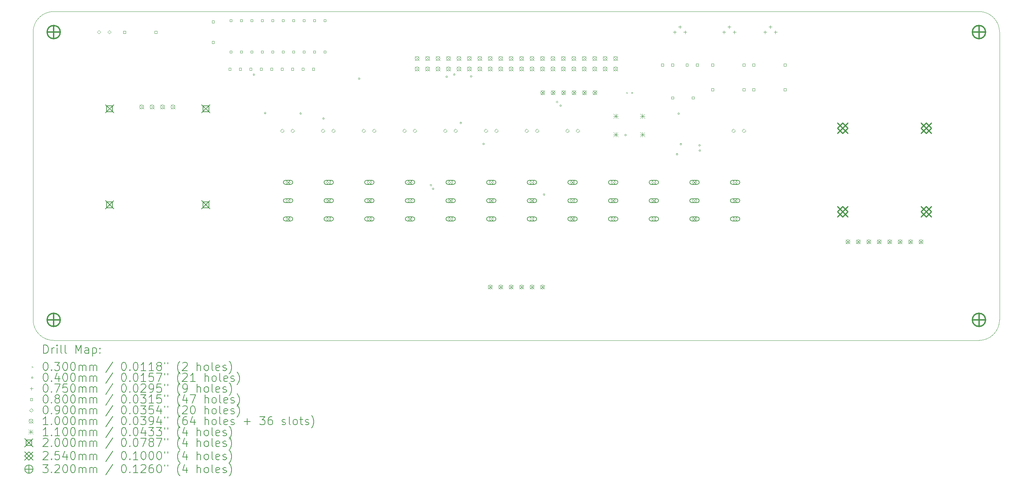
<source format=gbr>
%TF.GenerationSoftware,KiCad,Pcbnew,(6.0.11)*%
%TF.CreationDate,2023-12-17T12:12:56-05:00*%
%TF.ProjectId,front-panel.processor,66726f6e-742d-4706-916e-656c2e70726f,rev?*%
%TF.SameCoordinates,Original*%
%TF.FileFunction,Drillmap*%
%TF.FilePolarity,Positive*%
%FSLAX45Y45*%
G04 Gerber Fmt 4.5, Leading zero omitted, Abs format (unit mm)*
G04 Created by KiCad (PCBNEW (6.0.11)) date 2023-12-17 12:12:56*
%MOMM*%
%LPD*%
G01*
G04 APERTURE LIST*
%ADD10C,0.050000*%
%ADD11C,0.200000*%
%ADD12C,0.030000*%
%ADD13C,0.040000*%
%ADD14C,0.075000*%
%ADD15C,0.080000*%
%ADD16C,0.090000*%
%ADD17C,0.100000*%
%ADD18C,0.110000*%
%ADD19C,0.254000*%
%ADD20C,0.320000*%
G04 APERTURE END LIST*
D10*
X4000000Y-23000000D02*
X26500000Y-23000000D01*
X3500000Y-15500000D02*
X3500000Y-22500000D01*
X26500000Y-15000000D02*
X4000000Y-15000000D01*
X27000000Y-22500000D02*
X27000000Y-15500000D01*
X27000000Y-15500000D02*
G75*
G03*
X26500000Y-15000000I-500000J0D01*
G01*
X3500000Y-22500000D02*
G75*
G03*
X4000000Y-23000000I500000J0D01*
G01*
X4000000Y-15000000D02*
G75*
G03*
X3500000Y-15500000I0J-500000D01*
G01*
X26500000Y-23000000D02*
G75*
G03*
X27000000Y-22500000I0J500000D01*
G01*
D11*
D12*
X17925000Y-16960000D02*
X17955000Y-16990000D01*
X17955000Y-16960000D02*
X17925000Y-16990000D01*
X18045000Y-16960000D02*
X18075000Y-16990000D01*
X18075000Y-16960000D02*
X18045000Y-16990000D01*
D13*
X8890640Y-16535290D02*
G75*
G03*
X8890640Y-16535290I-20000J0D01*
G01*
X9161920Y-17469780D02*
G75*
G03*
X9161920Y-17469780I-20000J0D01*
G01*
X10023930Y-17481970D02*
G75*
G03*
X10023930Y-17481970I-20000J0D01*
G01*
X10580720Y-17604590D02*
G75*
G03*
X10580720Y-17604590I-20000J0D01*
G01*
X11447160Y-16633150D02*
G75*
G03*
X11447160Y-16633150I-20000J0D01*
G01*
X13194250Y-19223290D02*
G75*
G03*
X13194250Y-19223290I-20000J0D01*
G01*
X13246710Y-19312300D02*
G75*
G03*
X13246710Y-19312300I-20000J0D01*
G01*
X13575990Y-16587570D02*
G75*
G03*
X13575990Y-16587570I-20000J0D01*
G01*
X13760450Y-16534010D02*
G75*
G03*
X13760450Y-16534010I-20000J0D01*
G01*
X13919420Y-17709680D02*
G75*
G03*
X13919420Y-17709680I-20000J0D01*
G01*
X14171720Y-16578600D02*
G75*
G03*
X14171720Y-16578600I-20000J0D01*
G01*
X14473280Y-18219780D02*
G75*
G03*
X14473280Y-18219780I-20000J0D01*
G01*
X15945480Y-19450440D02*
G75*
G03*
X15945480Y-19450440I-20000J0D01*
G01*
X16259860Y-17200740D02*
G75*
G03*
X16259860Y-17200740I-20000J0D01*
G01*
X16347890Y-17290340D02*
G75*
G03*
X16347890Y-17290340I-20000J0D01*
G01*
X17923590Y-18005160D02*
G75*
G03*
X17923590Y-18005160I-20000J0D01*
G01*
X19178080Y-18473430D02*
G75*
G03*
X19178080Y-18473430I-20000J0D01*
G01*
X19217810Y-17485950D02*
G75*
G03*
X19217810Y-17485950I-20000J0D01*
G01*
X19270910Y-18225270D02*
G75*
G03*
X19270910Y-18225270I-20000J0D01*
G01*
X19726250Y-18254000D02*
G75*
G03*
X19726250Y-18254000I-20000J0D01*
G01*
X19729120Y-18381000D02*
G75*
G03*
X19729120Y-18381000I-20000J0D01*
G01*
D14*
X19100000Y-15462500D02*
X19100000Y-15537500D01*
X19062500Y-15500000D02*
X19137500Y-15500000D01*
X19227000Y-15335500D02*
X19227000Y-15410500D01*
X19189500Y-15373000D02*
X19264500Y-15373000D01*
X19354000Y-15462500D02*
X19354000Y-15537500D01*
X19316500Y-15500000D02*
X19391500Y-15500000D01*
X20300000Y-15462500D02*
X20300000Y-15537500D01*
X20262500Y-15500000D02*
X20337500Y-15500000D01*
X20427000Y-15335500D02*
X20427000Y-15410500D01*
X20389500Y-15373000D02*
X20464500Y-15373000D01*
X20554000Y-15462500D02*
X20554000Y-15537500D01*
X20516500Y-15500000D02*
X20591500Y-15500000D01*
X21300000Y-15462500D02*
X21300000Y-15537500D01*
X21262500Y-15500000D02*
X21337500Y-15500000D01*
X21427000Y-15335500D02*
X21427000Y-15410500D01*
X21389500Y-15373000D02*
X21464500Y-15373000D01*
X21554000Y-15462500D02*
X21554000Y-15537500D01*
X21516500Y-15500000D02*
X21591500Y-15500000D01*
D15*
X5747284Y-15528284D02*
X5747284Y-15471715D01*
X5690715Y-15471715D01*
X5690715Y-15528284D01*
X5747284Y-15528284D01*
X6509284Y-15528284D02*
X6509284Y-15471715D01*
X6452715Y-15471715D01*
X6452715Y-15528284D01*
X6509284Y-15528284D01*
X7903284Y-15278284D02*
X7903284Y-15221715D01*
X7846715Y-15221715D01*
X7846715Y-15278284D01*
X7903284Y-15278284D01*
X7903284Y-15778284D02*
X7903284Y-15721715D01*
X7846715Y-15721715D01*
X7846715Y-15778284D01*
X7903284Y-15778284D01*
X8310784Y-16428284D02*
X8310784Y-16371715D01*
X8254215Y-16371715D01*
X8254215Y-16428284D01*
X8310784Y-16428284D01*
X8335784Y-15246284D02*
X8335784Y-15189715D01*
X8279215Y-15189715D01*
X8279215Y-15246284D01*
X8335784Y-15246284D01*
X8335784Y-16008284D02*
X8335784Y-15951715D01*
X8279215Y-15951715D01*
X8279215Y-16008284D01*
X8335784Y-16008284D01*
X8564785Y-16428284D02*
X8564785Y-16371715D01*
X8508216Y-16371715D01*
X8508216Y-16428284D01*
X8564785Y-16428284D01*
X8589785Y-15246284D02*
X8589785Y-15189715D01*
X8533216Y-15189715D01*
X8533216Y-15246284D01*
X8589785Y-15246284D01*
X8589785Y-16008284D02*
X8589785Y-15951715D01*
X8533216Y-15951715D01*
X8533216Y-16008284D01*
X8589785Y-16008284D01*
X8818785Y-16428284D02*
X8818785Y-16371715D01*
X8762216Y-16371715D01*
X8762216Y-16428284D01*
X8818785Y-16428284D01*
X8843785Y-15246284D02*
X8843785Y-15189715D01*
X8787216Y-15189715D01*
X8787216Y-15246284D01*
X8843785Y-15246284D01*
X8843785Y-16008284D02*
X8843785Y-15951715D01*
X8787216Y-15951715D01*
X8787216Y-16008284D01*
X8843785Y-16008284D01*
X9072785Y-16428284D02*
X9072785Y-16371715D01*
X9016216Y-16371715D01*
X9016216Y-16428284D01*
X9072785Y-16428284D01*
X9097785Y-15246284D02*
X9097785Y-15189715D01*
X9041216Y-15189715D01*
X9041216Y-15246284D01*
X9097785Y-15246284D01*
X9097785Y-16008284D02*
X9097785Y-15951715D01*
X9041216Y-15951715D01*
X9041216Y-16008284D01*
X9097785Y-16008284D01*
X9326785Y-16428284D02*
X9326785Y-16371715D01*
X9270216Y-16371715D01*
X9270216Y-16428284D01*
X9326785Y-16428284D01*
X9351785Y-15246284D02*
X9351785Y-15189715D01*
X9295216Y-15189715D01*
X9295216Y-15246284D01*
X9351785Y-15246284D01*
X9351785Y-16008284D02*
X9351785Y-15951715D01*
X9295216Y-15951715D01*
X9295216Y-16008284D01*
X9351785Y-16008284D01*
X9580785Y-16428284D02*
X9580785Y-16371715D01*
X9524216Y-16371715D01*
X9524216Y-16428284D01*
X9580785Y-16428284D01*
X9605785Y-15246284D02*
X9605785Y-15189715D01*
X9549216Y-15189715D01*
X9549216Y-15246284D01*
X9605785Y-15246284D01*
X9605785Y-16008284D02*
X9605785Y-15951715D01*
X9549216Y-15951715D01*
X9549216Y-16008284D01*
X9605785Y-16008284D01*
X9834785Y-16428284D02*
X9834785Y-16371715D01*
X9778216Y-16371715D01*
X9778216Y-16428284D01*
X9834785Y-16428284D01*
X9859785Y-15246284D02*
X9859785Y-15189715D01*
X9803216Y-15189715D01*
X9803216Y-15246284D01*
X9859785Y-15246284D01*
X9859785Y-16008284D02*
X9859785Y-15951715D01*
X9803216Y-15951715D01*
X9803216Y-16008284D01*
X9859785Y-16008284D01*
X10088785Y-16428284D02*
X10088785Y-16371715D01*
X10032216Y-16371715D01*
X10032216Y-16428284D01*
X10088785Y-16428284D01*
X10113785Y-15246284D02*
X10113785Y-15189715D01*
X10057216Y-15189715D01*
X10057216Y-15246284D01*
X10113785Y-15246284D01*
X10113785Y-16008284D02*
X10113785Y-15951715D01*
X10057216Y-15951715D01*
X10057216Y-16008284D01*
X10113785Y-16008284D01*
X10342785Y-16428284D02*
X10342785Y-16371715D01*
X10286216Y-16371715D01*
X10286216Y-16428284D01*
X10342785Y-16428284D01*
X10367785Y-15246284D02*
X10367785Y-15189715D01*
X10311216Y-15189715D01*
X10311216Y-15246284D01*
X10367785Y-15246284D01*
X10367785Y-16008284D02*
X10367785Y-15951715D01*
X10311216Y-15951715D01*
X10311216Y-16008284D01*
X10367785Y-16008284D01*
X10621785Y-15246284D02*
X10621785Y-15189715D01*
X10565216Y-15189715D01*
X10565216Y-15246284D01*
X10621785Y-15246284D01*
X10621785Y-16008284D02*
X10621785Y-15951715D01*
X10565216Y-15951715D01*
X10565216Y-16008284D01*
X10621785Y-16008284D01*
X18828285Y-16328284D02*
X18828285Y-16271715D01*
X18771716Y-16271715D01*
X18771716Y-16328284D01*
X18828285Y-16328284D01*
X19078285Y-16328284D02*
X19078285Y-16271715D01*
X19021716Y-16271715D01*
X19021716Y-16328284D01*
X19078285Y-16328284D01*
X19078285Y-17128285D02*
X19078285Y-17071716D01*
X19021716Y-17071716D01*
X19021716Y-17128285D01*
X19078285Y-17128285D01*
X19428285Y-16328284D02*
X19428285Y-16271715D01*
X19371716Y-16271715D01*
X19371716Y-16328284D01*
X19428285Y-16328284D01*
X19578285Y-17128285D02*
X19578285Y-17071716D01*
X19521716Y-17071716D01*
X19521716Y-17128285D01*
X19578285Y-17128285D01*
X19678285Y-16328284D02*
X19678285Y-16271715D01*
X19621716Y-16271715D01*
X19621716Y-16328284D01*
X19678285Y-16328284D01*
X20047285Y-16328284D02*
X20047285Y-16271715D01*
X19990716Y-16271715D01*
X19990716Y-16328284D01*
X20047285Y-16328284D01*
X20047285Y-16928285D02*
X20047285Y-16871716D01*
X19990716Y-16871716D01*
X19990716Y-16928285D01*
X20047285Y-16928285D01*
X20809285Y-16328284D02*
X20809285Y-16271715D01*
X20752716Y-16271715D01*
X20752716Y-16328284D01*
X20809285Y-16328284D01*
X20809285Y-16928285D02*
X20809285Y-16871716D01*
X20752716Y-16871716D01*
X20752716Y-16928285D01*
X20809285Y-16928285D01*
X21047285Y-16328284D02*
X21047285Y-16271715D01*
X20990716Y-16271715D01*
X20990716Y-16328284D01*
X21047285Y-16328284D01*
X21047285Y-16928285D02*
X21047285Y-16871716D01*
X20990716Y-16871716D01*
X20990716Y-16928285D01*
X21047285Y-16928285D01*
X21809285Y-16328284D02*
X21809285Y-16271715D01*
X21752716Y-16271715D01*
X21752716Y-16328284D01*
X21809285Y-16328284D01*
X21809285Y-16928285D02*
X21809285Y-16871716D01*
X21752716Y-16871716D01*
X21752716Y-16928285D01*
X21809285Y-16928285D01*
D16*
X5100000Y-15545000D02*
X5145000Y-15500000D01*
X5100000Y-15455000D01*
X5055000Y-15500000D01*
X5100000Y-15545000D01*
X5354000Y-15545000D02*
X5399000Y-15500000D01*
X5354000Y-15455000D01*
X5309000Y-15500000D01*
X5354000Y-15545000D01*
X9554750Y-17945000D02*
X9599750Y-17900000D01*
X9554750Y-17855000D01*
X9509750Y-17900000D01*
X9554750Y-17945000D01*
X9808750Y-17945000D02*
X9853750Y-17900000D01*
X9808750Y-17855000D01*
X9763750Y-17900000D01*
X9808750Y-17945000D01*
X10545340Y-17945000D02*
X10590340Y-17900000D01*
X10545340Y-17855000D01*
X10500340Y-17900000D01*
X10545340Y-17945000D01*
X10799340Y-17945000D02*
X10844340Y-17900000D01*
X10799340Y-17855000D01*
X10754340Y-17900000D01*
X10799340Y-17945000D01*
X11535930Y-17945180D02*
X11580930Y-17900180D01*
X11535930Y-17855180D01*
X11490930Y-17900180D01*
X11535930Y-17945180D01*
X11789930Y-17945180D02*
X11834930Y-17900180D01*
X11789930Y-17855180D01*
X11744930Y-17900180D01*
X11789930Y-17945180D01*
X12526510Y-17945000D02*
X12571510Y-17900000D01*
X12526510Y-17855000D01*
X12481510Y-17900000D01*
X12526510Y-17945000D01*
X12780510Y-17945000D02*
X12825510Y-17900000D01*
X12780510Y-17855000D01*
X12735510Y-17900000D01*
X12780510Y-17945000D01*
X13517100Y-17945000D02*
X13562100Y-17900000D01*
X13517100Y-17855000D01*
X13472100Y-17900000D01*
X13517100Y-17945000D01*
X13771100Y-17945000D02*
X13816100Y-17900000D01*
X13771100Y-17855000D01*
X13726100Y-17900000D01*
X13771100Y-17945000D01*
X14507690Y-17945230D02*
X14552690Y-17900230D01*
X14507690Y-17855230D01*
X14462690Y-17900230D01*
X14507690Y-17945230D01*
X14761690Y-17945230D02*
X14806690Y-17900230D01*
X14761690Y-17855230D01*
X14716690Y-17900230D01*
X14761690Y-17945230D01*
X15498280Y-17945180D02*
X15543280Y-17900180D01*
X15498280Y-17855180D01*
X15453280Y-17900180D01*
X15498280Y-17945180D01*
X15752280Y-17945180D02*
X15797280Y-17900180D01*
X15752280Y-17855180D01*
X15707280Y-17900180D01*
X15752280Y-17945180D01*
X16488860Y-17945000D02*
X16533860Y-17900000D01*
X16488860Y-17855000D01*
X16443860Y-17900000D01*
X16488860Y-17945000D01*
X16742860Y-17945000D02*
X16787860Y-17900000D01*
X16742860Y-17855000D01*
X16697860Y-17900000D01*
X16742860Y-17945000D01*
X20527000Y-17945000D02*
X20572000Y-17900000D01*
X20527000Y-17855000D01*
X20482000Y-17900000D01*
X20527000Y-17945000D01*
X20781000Y-17945000D02*
X20826000Y-17900000D01*
X20781000Y-17855000D01*
X20736000Y-17900000D01*
X20781000Y-17945000D01*
D17*
X6088000Y-17269800D02*
X6188000Y-17369800D01*
X6188000Y-17269800D02*
X6088000Y-17369800D01*
X6188000Y-17319800D02*
G75*
G03*
X6188000Y-17319800I-50000J0D01*
G01*
X6342000Y-17269800D02*
X6442000Y-17369800D01*
X6442000Y-17269800D02*
X6342000Y-17369800D01*
X6442000Y-17319800D02*
G75*
G03*
X6442000Y-17319800I-50000J0D01*
G01*
X6596000Y-17269800D02*
X6696000Y-17369800D01*
X6696000Y-17269800D02*
X6596000Y-17369800D01*
X6696000Y-17319800D02*
G75*
G03*
X6696000Y-17319800I-50000J0D01*
G01*
X6850000Y-17269800D02*
X6950000Y-17369800D01*
X6950000Y-17269800D02*
X6850000Y-17369800D01*
X6950000Y-17319800D02*
G75*
G03*
X6950000Y-17319800I-50000J0D01*
G01*
X9650000Y-19105000D02*
X9750000Y-19205000D01*
X9750000Y-19105000D02*
X9650000Y-19205000D01*
X9750000Y-19155000D02*
G75*
G03*
X9750000Y-19155000I-50000J0D01*
G01*
D11*
X9765000Y-19105000D02*
X9635000Y-19105000D01*
X9765000Y-19205000D02*
X9635000Y-19205000D01*
X9635000Y-19105000D02*
G75*
G03*
X9635000Y-19205000I0J-50000D01*
G01*
X9765000Y-19205000D02*
G75*
G03*
X9765000Y-19105000I0J50000D01*
G01*
D17*
X9650000Y-19550000D02*
X9750000Y-19650000D01*
X9750000Y-19550000D02*
X9650000Y-19650000D01*
X9750000Y-19600000D02*
G75*
G03*
X9750000Y-19600000I-50000J0D01*
G01*
D11*
X9765000Y-19550000D02*
X9635000Y-19550000D01*
X9765000Y-19650000D02*
X9635000Y-19650000D01*
X9635000Y-19550000D02*
G75*
G03*
X9635000Y-19650000I0J-50000D01*
G01*
X9765000Y-19650000D02*
G75*
G03*
X9765000Y-19550000I0J50000D01*
G01*
D17*
X9650000Y-19995000D02*
X9750000Y-20095000D01*
X9750000Y-19995000D02*
X9650000Y-20095000D01*
X9750000Y-20045000D02*
G75*
G03*
X9750000Y-20045000I-50000J0D01*
G01*
D11*
X9765000Y-19995000D02*
X9635000Y-19995000D01*
X9765000Y-20095000D02*
X9635000Y-20095000D01*
X9635000Y-19995000D02*
G75*
G03*
X9635000Y-20095000I0J-50000D01*
G01*
X9765000Y-20095000D02*
G75*
G03*
X9765000Y-19995000I0J50000D01*
G01*
D17*
X10638200Y-19105000D02*
X10738200Y-19205000D01*
X10738200Y-19105000D02*
X10638200Y-19205000D01*
X10738200Y-19155000D02*
G75*
G03*
X10738200Y-19155000I-50000J0D01*
G01*
D11*
X10753200Y-19105000D02*
X10623200Y-19105000D01*
X10753200Y-19205000D02*
X10623200Y-19205000D01*
X10623200Y-19105000D02*
G75*
G03*
X10623200Y-19205000I0J-50000D01*
G01*
X10753200Y-19205000D02*
G75*
G03*
X10753200Y-19105000I0J50000D01*
G01*
D17*
X10638200Y-19550000D02*
X10738200Y-19650000D01*
X10738200Y-19550000D02*
X10638200Y-19650000D01*
X10738200Y-19600000D02*
G75*
G03*
X10738200Y-19600000I-50000J0D01*
G01*
D11*
X10753200Y-19550000D02*
X10623200Y-19550000D01*
X10753200Y-19650000D02*
X10623200Y-19650000D01*
X10623200Y-19550000D02*
G75*
G03*
X10623200Y-19650000I0J-50000D01*
G01*
X10753200Y-19650000D02*
G75*
G03*
X10753200Y-19550000I0J50000D01*
G01*
D17*
X10638200Y-19995000D02*
X10738200Y-20095000D01*
X10738200Y-19995000D02*
X10638200Y-20095000D01*
X10738200Y-20045000D02*
G75*
G03*
X10738200Y-20045000I-50000J0D01*
G01*
D11*
X10753200Y-19995000D02*
X10623200Y-19995000D01*
X10753200Y-20095000D02*
X10623200Y-20095000D01*
X10623200Y-19995000D02*
G75*
G03*
X10623200Y-20095000I0J-50000D01*
G01*
X10753200Y-20095000D02*
G75*
G03*
X10753200Y-19995000I0J50000D01*
G01*
D17*
X11626410Y-19105000D02*
X11726410Y-19205000D01*
X11726410Y-19105000D02*
X11626410Y-19205000D01*
X11726410Y-19155000D02*
G75*
G03*
X11726410Y-19155000I-50000J0D01*
G01*
D11*
X11741410Y-19105000D02*
X11611410Y-19105000D01*
X11741410Y-19205000D02*
X11611410Y-19205000D01*
X11611410Y-19105000D02*
G75*
G03*
X11611410Y-19205000I0J-50000D01*
G01*
X11741410Y-19205000D02*
G75*
G03*
X11741410Y-19105000I0J50000D01*
G01*
D17*
X11626410Y-19550000D02*
X11726410Y-19650000D01*
X11726410Y-19550000D02*
X11626410Y-19650000D01*
X11726410Y-19600000D02*
G75*
G03*
X11726410Y-19600000I-50000J0D01*
G01*
D11*
X11741410Y-19550000D02*
X11611410Y-19550000D01*
X11741410Y-19650000D02*
X11611410Y-19650000D01*
X11611410Y-19550000D02*
G75*
G03*
X11611410Y-19650000I0J-50000D01*
G01*
X11741410Y-19650000D02*
G75*
G03*
X11741410Y-19550000I0J50000D01*
G01*
D17*
X11626410Y-19995000D02*
X11726410Y-20095000D01*
X11726410Y-19995000D02*
X11626410Y-20095000D01*
X11726410Y-20045000D02*
G75*
G03*
X11726410Y-20045000I-50000J0D01*
G01*
D11*
X11741410Y-19995000D02*
X11611410Y-19995000D01*
X11741410Y-20095000D02*
X11611410Y-20095000D01*
X11611410Y-19995000D02*
G75*
G03*
X11611410Y-20095000I0J-50000D01*
G01*
X11741410Y-20095000D02*
G75*
G03*
X11741410Y-19995000I0J50000D01*
G01*
D17*
X12614610Y-19105000D02*
X12714610Y-19205000D01*
X12714610Y-19105000D02*
X12614610Y-19205000D01*
X12714610Y-19155000D02*
G75*
G03*
X12714610Y-19155000I-50000J0D01*
G01*
D11*
X12729610Y-19105000D02*
X12599610Y-19105000D01*
X12729610Y-19205000D02*
X12599610Y-19205000D01*
X12599610Y-19105000D02*
G75*
G03*
X12599610Y-19205000I0J-50000D01*
G01*
X12729610Y-19205000D02*
G75*
G03*
X12729610Y-19105000I0J50000D01*
G01*
D17*
X12614610Y-19550000D02*
X12714610Y-19650000D01*
X12714610Y-19550000D02*
X12614610Y-19650000D01*
X12714610Y-19600000D02*
G75*
G03*
X12714610Y-19600000I-50000J0D01*
G01*
D11*
X12729610Y-19550000D02*
X12599610Y-19550000D01*
X12729610Y-19650000D02*
X12599610Y-19650000D01*
X12599610Y-19550000D02*
G75*
G03*
X12599610Y-19650000I0J-50000D01*
G01*
X12729610Y-19650000D02*
G75*
G03*
X12729610Y-19550000I0J50000D01*
G01*
D17*
X12614610Y-19995000D02*
X12714610Y-20095000D01*
X12714610Y-19995000D02*
X12614610Y-20095000D01*
X12714610Y-20045000D02*
G75*
G03*
X12714610Y-20045000I-50000J0D01*
G01*
D11*
X12729610Y-19995000D02*
X12599610Y-19995000D01*
X12729610Y-20095000D02*
X12599610Y-20095000D01*
X12599610Y-19995000D02*
G75*
G03*
X12599610Y-20095000I0J-50000D01*
G01*
X12729610Y-20095000D02*
G75*
G03*
X12729610Y-19995000I0J50000D01*
G01*
D17*
X12787000Y-16090750D02*
X12887000Y-16190750D01*
X12887000Y-16090750D02*
X12787000Y-16190750D01*
X12887000Y-16140750D02*
G75*
G03*
X12887000Y-16140750I-50000J0D01*
G01*
X12787000Y-16344750D02*
X12887000Y-16444750D01*
X12887000Y-16344750D02*
X12787000Y-16444750D01*
X12887000Y-16394750D02*
G75*
G03*
X12887000Y-16394750I-50000J0D01*
G01*
X13041000Y-16090750D02*
X13141000Y-16190750D01*
X13141000Y-16090750D02*
X13041000Y-16190750D01*
X13141000Y-16140750D02*
G75*
G03*
X13141000Y-16140750I-50000J0D01*
G01*
X13041000Y-16344750D02*
X13141000Y-16444750D01*
X13141000Y-16344750D02*
X13041000Y-16444750D01*
X13141000Y-16394750D02*
G75*
G03*
X13141000Y-16394750I-50000J0D01*
G01*
X13295000Y-16090750D02*
X13395000Y-16190750D01*
X13395000Y-16090750D02*
X13295000Y-16190750D01*
X13395000Y-16140750D02*
G75*
G03*
X13395000Y-16140750I-50000J0D01*
G01*
X13295000Y-16344750D02*
X13395000Y-16444750D01*
X13395000Y-16344750D02*
X13295000Y-16444750D01*
X13395000Y-16394750D02*
G75*
G03*
X13395000Y-16394750I-50000J0D01*
G01*
X13549000Y-16090750D02*
X13649000Y-16190750D01*
X13649000Y-16090750D02*
X13549000Y-16190750D01*
X13649000Y-16140750D02*
G75*
G03*
X13649000Y-16140750I-50000J0D01*
G01*
X13549000Y-16344750D02*
X13649000Y-16444750D01*
X13649000Y-16344750D02*
X13549000Y-16444750D01*
X13649000Y-16394750D02*
G75*
G03*
X13649000Y-16394750I-50000J0D01*
G01*
X13602820Y-19105000D02*
X13702820Y-19205000D01*
X13702820Y-19105000D02*
X13602820Y-19205000D01*
X13702820Y-19155000D02*
G75*
G03*
X13702820Y-19155000I-50000J0D01*
G01*
D11*
X13717820Y-19105000D02*
X13587820Y-19105000D01*
X13717820Y-19205000D02*
X13587820Y-19205000D01*
X13587820Y-19105000D02*
G75*
G03*
X13587820Y-19205000I0J-50000D01*
G01*
X13717820Y-19205000D02*
G75*
G03*
X13717820Y-19105000I0J50000D01*
G01*
D17*
X13602820Y-19550000D02*
X13702820Y-19650000D01*
X13702820Y-19550000D02*
X13602820Y-19650000D01*
X13702820Y-19600000D02*
G75*
G03*
X13702820Y-19600000I-50000J0D01*
G01*
D11*
X13717820Y-19550000D02*
X13587820Y-19550000D01*
X13717820Y-19650000D02*
X13587820Y-19650000D01*
X13587820Y-19550000D02*
G75*
G03*
X13587820Y-19650000I0J-50000D01*
G01*
X13717820Y-19650000D02*
G75*
G03*
X13717820Y-19550000I0J50000D01*
G01*
D17*
X13602820Y-19995000D02*
X13702820Y-20095000D01*
X13702820Y-19995000D02*
X13602820Y-20095000D01*
X13702820Y-20045000D02*
G75*
G03*
X13702820Y-20045000I-50000J0D01*
G01*
D11*
X13717820Y-19995000D02*
X13587820Y-19995000D01*
X13717820Y-20095000D02*
X13587820Y-20095000D01*
X13587820Y-19995000D02*
G75*
G03*
X13587820Y-20095000I0J-50000D01*
G01*
X13717820Y-20095000D02*
G75*
G03*
X13717820Y-19995000I0J50000D01*
G01*
D17*
X13803000Y-16090750D02*
X13903000Y-16190750D01*
X13903000Y-16090750D02*
X13803000Y-16190750D01*
X13903000Y-16140750D02*
G75*
G03*
X13903000Y-16140750I-50000J0D01*
G01*
X13803000Y-16344750D02*
X13903000Y-16444750D01*
X13903000Y-16344750D02*
X13803000Y-16444750D01*
X13903000Y-16394750D02*
G75*
G03*
X13903000Y-16394750I-50000J0D01*
G01*
X14057000Y-16090750D02*
X14157000Y-16190750D01*
X14157000Y-16090750D02*
X14057000Y-16190750D01*
X14157000Y-16140750D02*
G75*
G03*
X14157000Y-16140750I-50000J0D01*
G01*
X14057000Y-16344750D02*
X14157000Y-16444750D01*
X14157000Y-16344750D02*
X14057000Y-16444750D01*
X14157000Y-16394750D02*
G75*
G03*
X14157000Y-16394750I-50000J0D01*
G01*
X14311000Y-16090750D02*
X14411000Y-16190750D01*
X14411000Y-16090750D02*
X14311000Y-16190750D01*
X14411000Y-16140750D02*
G75*
G03*
X14411000Y-16140750I-50000J0D01*
G01*
X14311000Y-16344750D02*
X14411000Y-16444750D01*
X14411000Y-16344750D02*
X14311000Y-16444750D01*
X14411000Y-16394750D02*
G75*
G03*
X14411000Y-16394750I-50000J0D01*
G01*
X14565000Y-16090750D02*
X14665000Y-16190750D01*
X14665000Y-16090750D02*
X14565000Y-16190750D01*
X14665000Y-16140750D02*
G75*
G03*
X14665000Y-16140750I-50000J0D01*
G01*
X14565000Y-16344750D02*
X14665000Y-16444750D01*
X14665000Y-16344750D02*
X14565000Y-16444750D01*
X14665000Y-16394750D02*
G75*
G03*
X14665000Y-16394750I-50000J0D01*
G01*
X14565000Y-21650000D02*
X14665000Y-21750000D01*
X14665000Y-21650000D02*
X14565000Y-21750000D01*
X14665000Y-21700000D02*
G75*
G03*
X14665000Y-21700000I-50000J0D01*
G01*
X14591020Y-19105000D02*
X14691020Y-19205000D01*
X14691020Y-19105000D02*
X14591020Y-19205000D01*
X14691020Y-19155000D02*
G75*
G03*
X14691020Y-19155000I-50000J0D01*
G01*
D11*
X14706020Y-19105000D02*
X14576020Y-19105000D01*
X14706020Y-19205000D02*
X14576020Y-19205000D01*
X14576020Y-19105000D02*
G75*
G03*
X14576020Y-19205000I0J-50000D01*
G01*
X14706020Y-19205000D02*
G75*
G03*
X14706020Y-19105000I0J50000D01*
G01*
D17*
X14591020Y-19550000D02*
X14691020Y-19650000D01*
X14691020Y-19550000D02*
X14591020Y-19650000D01*
X14691020Y-19600000D02*
G75*
G03*
X14691020Y-19600000I-50000J0D01*
G01*
D11*
X14706020Y-19550000D02*
X14576020Y-19550000D01*
X14706020Y-19650000D02*
X14576020Y-19650000D01*
X14576020Y-19550000D02*
G75*
G03*
X14576020Y-19650000I0J-50000D01*
G01*
X14706020Y-19650000D02*
G75*
G03*
X14706020Y-19550000I0J50000D01*
G01*
D17*
X14591020Y-19995000D02*
X14691020Y-20095000D01*
X14691020Y-19995000D02*
X14591020Y-20095000D01*
X14691020Y-20045000D02*
G75*
G03*
X14691020Y-20045000I-50000J0D01*
G01*
D11*
X14706020Y-19995000D02*
X14576020Y-19995000D01*
X14706020Y-20095000D02*
X14576020Y-20095000D01*
X14576020Y-19995000D02*
G75*
G03*
X14576020Y-20095000I0J-50000D01*
G01*
X14706020Y-20095000D02*
G75*
G03*
X14706020Y-19995000I0J50000D01*
G01*
D17*
X14819000Y-16090750D02*
X14919000Y-16190750D01*
X14919000Y-16090750D02*
X14819000Y-16190750D01*
X14919000Y-16140750D02*
G75*
G03*
X14919000Y-16140750I-50000J0D01*
G01*
X14819000Y-16344750D02*
X14919000Y-16444750D01*
X14919000Y-16344750D02*
X14819000Y-16444750D01*
X14919000Y-16394750D02*
G75*
G03*
X14919000Y-16394750I-50000J0D01*
G01*
X14819000Y-21650000D02*
X14919000Y-21750000D01*
X14919000Y-21650000D02*
X14819000Y-21750000D01*
X14919000Y-21700000D02*
G75*
G03*
X14919000Y-21700000I-50000J0D01*
G01*
X15073000Y-16090750D02*
X15173000Y-16190750D01*
X15173000Y-16090750D02*
X15073000Y-16190750D01*
X15173000Y-16140750D02*
G75*
G03*
X15173000Y-16140750I-50000J0D01*
G01*
X15073000Y-16344750D02*
X15173000Y-16444750D01*
X15173000Y-16344750D02*
X15073000Y-16444750D01*
X15173000Y-16394750D02*
G75*
G03*
X15173000Y-16394750I-50000J0D01*
G01*
X15073000Y-21650000D02*
X15173000Y-21750000D01*
X15173000Y-21650000D02*
X15073000Y-21750000D01*
X15173000Y-21700000D02*
G75*
G03*
X15173000Y-21700000I-50000J0D01*
G01*
X15327000Y-16090750D02*
X15427000Y-16190750D01*
X15427000Y-16090750D02*
X15327000Y-16190750D01*
X15427000Y-16140750D02*
G75*
G03*
X15427000Y-16140750I-50000J0D01*
G01*
X15327000Y-16344750D02*
X15427000Y-16444750D01*
X15427000Y-16344750D02*
X15327000Y-16444750D01*
X15427000Y-16394750D02*
G75*
G03*
X15427000Y-16394750I-50000J0D01*
G01*
X15327000Y-21650000D02*
X15427000Y-21750000D01*
X15427000Y-21650000D02*
X15327000Y-21750000D01*
X15427000Y-21700000D02*
G75*
G03*
X15427000Y-21700000I-50000J0D01*
G01*
X15579230Y-19105000D02*
X15679230Y-19205000D01*
X15679230Y-19105000D02*
X15579230Y-19205000D01*
X15679230Y-19155000D02*
G75*
G03*
X15679230Y-19155000I-50000J0D01*
G01*
D11*
X15694230Y-19105000D02*
X15564230Y-19105000D01*
X15694230Y-19205000D02*
X15564230Y-19205000D01*
X15564230Y-19105000D02*
G75*
G03*
X15564230Y-19205000I0J-50000D01*
G01*
X15694230Y-19205000D02*
G75*
G03*
X15694230Y-19105000I0J50000D01*
G01*
D17*
X15579230Y-19550000D02*
X15679230Y-19650000D01*
X15679230Y-19550000D02*
X15579230Y-19650000D01*
X15679230Y-19600000D02*
G75*
G03*
X15679230Y-19600000I-50000J0D01*
G01*
D11*
X15694230Y-19550000D02*
X15564230Y-19550000D01*
X15694230Y-19650000D02*
X15564230Y-19650000D01*
X15564230Y-19550000D02*
G75*
G03*
X15564230Y-19650000I0J-50000D01*
G01*
X15694230Y-19650000D02*
G75*
G03*
X15694230Y-19550000I0J50000D01*
G01*
D17*
X15579230Y-19995000D02*
X15679230Y-20095000D01*
X15679230Y-19995000D02*
X15579230Y-20095000D01*
X15679230Y-20045000D02*
G75*
G03*
X15679230Y-20045000I-50000J0D01*
G01*
D11*
X15694230Y-19995000D02*
X15564230Y-19995000D01*
X15694230Y-20095000D02*
X15564230Y-20095000D01*
X15564230Y-19995000D02*
G75*
G03*
X15564230Y-20095000I0J-50000D01*
G01*
X15694230Y-20095000D02*
G75*
G03*
X15694230Y-19995000I0J50000D01*
G01*
D17*
X15581000Y-16090750D02*
X15681000Y-16190750D01*
X15681000Y-16090750D02*
X15581000Y-16190750D01*
X15681000Y-16140750D02*
G75*
G03*
X15681000Y-16140750I-50000J0D01*
G01*
X15581000Y-16344750D02*
X15681000Y-16444750D01*
X15681000Y-16344750D02*
X15581000Y-16444750D01*
X15681000Y-16394750D02*
G75*
G03*
X15681000Y-16394750I-50000J0D01*
G01*
X15581000Y-21650000D02*
X15681000Y-21750000D01*
X15681000Y-21650000D02*
X15581000Y-21750000D01*
X15681000Y-21700000D02*
G75*
G03*
X15681000Y-21700000I-50000J0D01*
G01*
X15835000Y-16090750D02*
X15935000Y-16190750D01*
X15935000Y-16090750D02*
X15835000Y-16190750D01*
X15935000Y-16140750D02*
G75*
G03*
X15935000Y-16140750I-50000J0D01*
G01*
X15835000Y-16344750D02*
X15935000Y-16444750D01*
X15935000Y-16344750D02*
X15835000Y-16444750D01*
X15935000Y-16394750D02*
G75*
G03*
X15935000Y-16394750I-50000J0D01*
G01*
X15835000Y-21650000D02*
X15935000Y-21750000D01*
X15935000Y-21650000D02*
X15835000Y-21750000D01*
X15935000Y-21700000D02*
G75*
G03*
X15935000Y-21700000I-50000J0D01*
G01*
X15840000Y-16925000D02*
X15940000Y-17025000D01*
X15940000Y-16925000D02*
X15840000Y-17025000D01*
X15940000Y-16975000D02*
G75*
G03*
X15940000Y-16975000I-50000J0D01*
G01*
X16089000Y-16090750D02*
X16189000Y-16190750D01*
X16189000Y-16090750D02*
X16089000Y-16190750D01*
X16189000Y-16140750D02*
G75*
G03*
X16189000Y-16140750I-50000J0D01*
G01*
X16089000Y-16344750D02*
X16189000Y-16444750D01*
X16189000Y-16344750D02*
X16089000Y-16444750D01*
X16189000Y-16394750D02*
G75*
G03*
X16189000Y-16394750I-50000J0D01*
G01*
X16094000Y-16925000D02*
X16194000Y-17025000D01*
X16194000Y-16925000D02*
X16094000Y-17025000D01*
X16194000Y-16975000D02*
G75*
G03*
X16194000Y-16975000I-50000J0D01*
G01*
X16343000Y-16090750D02*
X16443000Y-16190750D01*
X16443000Y-16090750D02*
X16343000Y-16190750D01*
X16443000Y-16140750D02*
G75*
G03*
X16443000Y-16140750I-50000J0D01*
G01*
X16343000Y-16344750D02*
X16443000Y-16444750D01*
X16443000Y-16344750D02*
X16343000Y-16444750D01*
X16443000Y-16394750D02*
G75*
G03*
X16443000Y-16394750I-50000J0D01*
G01*
X16348000Y-16925000D02*
X16448000Y-17025000D01*
X16448000Y-16925000D02*
X16348000Y-17025000D01*
X16448000Y-16975000D02*
G75*
G03*
X16448000Y-16975000I-50000J0D01*
G01*
X16567430Y-19105000D02*
X16667430Y-19205000D01*
X16667430Y-19105000D02*
X16567430Y-19205000D01*
X16667430Y-19155000D02*
G75*
G03*
X16667430Y-19155000I-50000J0D01*
G01*
D11*
X16682430Y-19105000D02*
X16552430Y-19105000D01*
X16682430Y-19205000D02*
X16552430Y-19205000D01*
X16552430Y-19105000D02*
G75*
G03*
X16552430Y-19205000I0J-50000D01*
G01*
X16682430Y-19205000D02*
G75*
G03*
X16682430Y-19105000I0J50000D01*
G01*
D17*
X16567430Y-19550000D02*
X16667430Y-19650000D01*
X16667430Y-19550000D02*
X16567430Y-19650000D01*
X16667430Y-19600000D02*
G75*
G03*
X16667430Y-19600000I-50000J0D01*
G01*
D11*
X16682430Y-19550000D02*
X16552430Y-19550000D01*
X16682430Y-19650000D02*
X16552430Y-19650000D01*
X16552430Y-19550000D02*
G75*
G03*
X16552430Y-19650000I0J-50000D01*
G01*
X16682430Y-19650000D02*
G75*
G03*
X16682430Y-19550000I0J50000D01*
G01*
D17*
X16567430Y-19995000D02*
X16667430Y-20095000D01*
X16667430Y-19995000D02*
X16567430Y-20095000D01*
X16667430Y-20045000D02*
G75*
G03*
X16667430Y-20045000I-50000J0D01*
G01*
D11*
X16682430Y-19995000D02*
X16552430Y-19995000D01*
X16682430Y-20095000D02*
X16552430Y-20095000D01*
X16552430Y-19995000D02*
G75*
G03*
X16552430Y-20095000I0J-50000D01*
G01*
X16682430Y-20095000D02*
G75*
G03*
X16682430Y-19995000I0J50000D01*
G01*
D17*
X16597000Y-16090750D02*
X16697000Y-16190750D01*
X16697000Y-16090750D02*
X16597000Y-16190750D01*
X16697000Y-16140750D02*
G75*
G03*
X16697000Y-16140750I-50000J0D01*
G01*
X16597000Y-16344750D02*
X16697000Y-16444750D01*
X16697000Y-16344750D02*
X16597000Y-16444750D01*
X16697000Y-16394750D02*
G75*
G03*
X16697000Y-16394750I-50000J0D01*
G01*
X16602000Y-16925000D02*
X16702000Y-17025000D01*
X16702000Y-16925000D02*
X16602000Y-17025000D01*
X16702000Y-16975000D02*
G75*
G03*
X16702000Y-16975000I-50000J0D01*
G01*
X16851000Y-16090750D02*
X16951000Y-16190750D01*
X16951000Y-16090750D02*
X16851000Y-16190750D01*
X16951000Y-16140750D02*
G75*
G03*
X16951000Y-16140750I-50000J0D01*
G01*
X16851000Y-16344750D02*
X16951000Y-16444750D01*
X16951000Y-16344750D02*
X16851000Y-16444750D01*
X16951000Y-16394750D02*
G75*
G03*
X16951000Y-16394750I-50000J0D01*
G01*
X16856000Y-16925000D02*
X16956000Y-17025000D01*
X16956000Y-16925000D02*
X16856000Y-17025000D01*
X16956000Y-16975000D02*
G75*
G03*
X16956000Y-16975000I-50000J0D01*
G01*
X17105000Y-16090750D02*
X17205000Y-16190750D01*
X17205000Y-16090750D02*
X17105000Y-16190750D01*
X17205000Y-16140750D02*
G75*
G03*
X17205000Y-16140750I-50000J0D01*
G01*
X17105000Y-16344750D02*
X17205000Y-16444750D01*
X17205000Y-16344750D02*
X17105000Y-16444750D01*
X17205000Y-16394750D02*
G75*
G03*
X17205000Y-16394750I-50000J0D01*
G01*
X17110000Y-16925000D02*
X17210000Y-17025000D01*
X17210000Y-16925000D02*
X17110000Y-17025000D01*
X17210000Y-16975000D02*
G75*
G03*
X17210000Y-16975000I-50000J0D01*
G01*
X17359000Y-16090750D02*
X17459000Y-16190750D01*
X17459000Y-16090750D02*
X17359000Y-16190750D01*
X17459000Y-16140750D02*
G75*
G03*
X17459000Y-16140750I-50000J0D01*
G01*
X17359000Y-16344750D02*
X17459000Y-16444750D01*
X17459000Y-16344750D02*
X17359000Y-16444750D01*
X17459000Y-16394750D02*
G75*
G03*
X17459000Y-16394750I-50000J0D01*
G01*
X17555640Y-19105000D02*
X17655640Y-19205000D01*
X17655640Y-19105000D02*
X17555640Y-19205000D01*
X17655640Y-19155000D02*
G75*
G03*
X17655640Y-19155000I-50000J0D01*
G01*
D11*
X17670640Y-19105000D02*
X17540640Y-19105000D01*
X17670640Y-19205000D02*
X17540640Y-19205000D01*
X17540640Y-19105000D02*
G75*
G03*
X17540640Y-19205000I0J-50000D01*
G01*
X17670640Y-19205000D02*
G75*
G03*
X17670640Y-19105000I0J50000D01*
G01*
D17*
X17555640Y-19550000D02*
X17655640Y-19650000D01*
X17655640Y-19550000D02*
X17555640Y-19650000D01*
X17655640Y-19600000D02*
G75*
G03*
X17655640Y-19600000I-50000J0D01*
G01*
D11*
X17670640Y-19550000D02*
X17540640Y-19550000D01*
X17670640Y-19650000D02*
X17540640Y-19650000D01*
X17540640Y-19550000D02*
G75*
G03*
X17540640Y-19650000I0J-50000D01*
G01*
X17670640Y-19650000D02*
G75*
G03*
X17670640Y-19550000I0J50000D01*
G01*
D17*
X17555640Y-19995000D02*
X17655640Y-20095000D01*
X17655640Y-19995000D02*
X17555640Y-20095000D01*
X17655640Y-20045000D02*
G75*
G03*
X17655640Y-20045000I-50000J0D01*
G01*
D11*
X17670640Y-19995000D02*
X17540640Y-19995000D01*
X17670640Y-20095000D02*
X17540640Y-20095000D01*
X17540640Y-19995000D02*
G75*
G03*
X17540640Y-20095000I0J-50000D01*
G01*
X17670640Y-20095000D02*
G75*
G03*
X17670640Y-19995000I0J50000D01*
G01*
D17*
X17613000Y-16090750D02*
X17713000Y-16190750D01*
X17713000Y-16090750D02*
X17613000Y-16190750D01*
X17713000Y-16140750D02*
G75*
G03*
X17713000Y-16140750I-50000J0D01*
G01*
X17613000Y-16344750D02*
X17713000Y-16444750D01*
X17713000Y-16344750D02*
X17613000Y-16444750D01*
X17713000Y-16394750D02*
G75*
G03*
X17713000Y-16394750I-50000J0D01*
G01*
X18543840Y-19105000D02*
X18643840Y-19205000D01*
X18643840Y-19105000D02*
X18543840Y-19205000D01*
X18643840Y-19155000D02*
G75*
G03*
X18643840Y-19155000I-50000J0D01*
G01*
D11*
X18658840Y-19105000D02*
X18528840Y-19105000D01*
X18658840Y-19205000D02*
X18528840Y-19205000D01*
X18528840Y-19105000D02*
G75*
G03*
X18528840Y-19205000I0J-50000D01*
G01*
X18658840Y-19205000D02*
G75*
G03*
X18658840Y-19105000I0J50000D01*
G01*
D17*
X18543840Y-19550000D02*
X18643840Y-19650000D01*
X18643840Y-19550000D02*
X18543840Y-19650000D01*
X18643840Y-19600000D02*
G75*
G03*
X18643840Y-19600000I-50000J0D01*
G01*
D11*
X18658840Y-19550000D02*
X18528840Y-19550000D01*
X18658840Y-19650000D02*
X18528840Y-19650000D01*
X18528840Y-19550000D02*
G75*
G03*
X18528840Y-19650000I0J-50000D01*
G01*
X18658840Y-19650000D02*
G75*
G03*
X18658840Y-19550000I0J50000D01*
G01*
D17*
X18543840Y-19995000D02*
X18643840Y-20095000D01*
X18643840Y-19995000D02*
X18543840Y-20095000D01*
X18643840Y-20045000D02*
G75*
G03*
X18643840Y-20045000I-50000J0D01*
G01*
D11*
X18658840Y-19995000D02*
X18528840Y-19995000D01*
X18658840Y-20095000D02*
X18528840Y-20095000D01*
X18528840Y-19995000D02*
G75*
G03*
X18528840Y-20095000I0J-50000D01*
G01*
X18658840Y-20095000D02*
G75*
G03*
X18658840Y-19995000I0J50000D01*
G01*
D17*
X19532050Y-19105000D02*
X19632050Y-19205000D01*
X19632050Y-19105000D02*
X19532050Y-19205000D01*
X19632050Y-19155000D02*
G75*
G03*
X19632050Y-19155000I-50000J0D01*
G01*
D11*
X19647050Y-19105000D02*
X19517050Y-19105000D01*
X19647050Y-19205000D02*
X19517050Y-19205000D01*
X19517050Y-19105000D02*
G75*
G03*
X19517050Y-19205000I0J-50000D01*
G01*
X19647050Y-19205000D02*
G75*
G03*
X19647050Y-19105000I0J50000D01*
G01*
D17*
X19532050Y-19550000D02*
X19632050Y-19650000D01*
X19632050Y-19550000D02*
X19532050Y-19650000D01*
X19632050Y-19600000D02*
G75*
G03*
X19632050Y-19600000I-50000J0D01*
G01*
D11*
X19647050Y-19550000D02*
X19517050Y-19550000D01*
X19647050Y-19650000D02*
X19517050Y-19650000D01*
X19517050Y-19550000D02*
G75*
G03*
X19517050Y-19650000I0J-50000D01*
G01*
X19647050Y-19650000D02*
G75*
G03*
X19647050Y-19550000I0J50000D01*
G01*
D17*
X19532050Y-19995000D02*
X19632050Y-20095000D01*
X19632050Y-19995000D02*
X19532050Y-20095000D01*
X19632050Y-20045000D02*
G75*
G03*
X19632050Y-20045000I-50000J0D01*
G01*
D11*
X19647050Y-19995000D02*
X19517050Y-19995000D01*
X19647050Y-20095000D02*
X19517050Y-20095000D01*
X19517050Y-19995000D02*
G75*
G03*
X19517050Y-20095000I0J-50000D01*
G01*
X19647050Y-20095000D02*
G75*
G03*
X19647050Y-19995000I0J50000D01*
G01*
D17*
X20520250Y-19105000D02*
X20620250Y-19205000D01*
X20620250Y-19105000D02*
X20520250Y-19205000D01*
X20620250Y-19155000D02*
G75*
G03*
X20620250Y-19155000I-50000J0D01*
G01*
D11*
X20635250Y-19105000D02*
X20505250Y-19105000D01*
X20635250Y-19205000D02*
X20505250Y-19205000D01*
X20505250Y-19105000D02*
G75*
G03*
X20505250Y-19205000I0J-50000D01*
G01*
X20635250Y-19205000D02*
G75*
G03*
X20635250Y-19105000I0J50000D01*
G01*
D17*
X20520250Y-19550000D02*
X20620250Y-19650000D01*
X20620250Y-19550000D02*
X20520250Y-19650000D01*
X20620250Y-19600000D02*
G75*
G03*
X20620250Y-19600000I-50000J0D01*
G01*
D11*
X20635250Y-19550000D02*
X20505250Y-19550000D01*
X20635250Y-19650000D02*
X20505250Y-19650000D01*
X20505250Y-19550000D02*
G75*
G03*
X20505250Y-19650000I0J-50000D01*
G01*
X20635250Y-19650000D02*
G75*
G03*
X20635250Y-19550000I0J50000D01*
G01*
D17*
X20520250Y-19995000D02*
X20620250Y-20095000D01*
X20620250Y-19995000D02*
X20520250Y-20095000D01*
X20620250Y-20045000D02*
G75*
G03*
X20620250Y-20045000I-50000J0D01*
G01*
D11*
X20635250Y-19995000D02*
X20505250Y-19995000D01*
X20635250Y-20095000D02*
X20505250Y-20095000D01*
X20505250Y-19995000D02*
G75*
G03*
X20505250Y-20095000I0J-50000D01*
G01*
X20635250Y-20095000D02*
G75*
G03*
X20635250Y-19995000I0J50000D01*
G01*
D17*
X23262500Y-20550000D02*
X23362500Y-20650000D01*
X23362500Y-20550000D02*
X23262500Y-20650000D01*
X23362500Y-20600000D02*
G75*
G03*
X23362500Y-20600000I-50000J0D01*
G01*
X23516500Y-20550000D02*
X23616500Y-20650000D01*
X23616500Y-20550000D02*
X23516500Y-20650000D01*
X23616500Y-20600000D02*
G75*
G03*
X23616500Y-20600000I-50000J0D01*
G01*
X23770500Y-20550000D02*
X23870500Y-20650000D01*
X23870500Y-20550000D02*
X23770500Y-20650000D01*
X23870500Y-20600000D02*
G75*
G03*
X23870500Y-20600000I-50000J0D01*
G01*
X24024500Y-20550000D02*
X24124500Y-20650000D01*
X24124500Y-20550000D02*
X24024500Y-20650000D01*
X24124500Y-20600000D02*
G75*
G03*
X24124500Y-20600000I-50000J0D01*
G01*
X24278500Y-20550000D02*
X24378500Y-20650000D01*
X24378500Y-20550000D02*
X24278500Y-20650000D01*
X24378500Y-20600000D02*
G75*
G03*
X24378500Y-20600000I-50000J0D01*
G01*
X24532500Y-20550000D02*
X24632500Y-20650000D01*
X24632500Y-20550000D02*
X24532500Y-20650000D01*
X24632500Y-20600000D02*
G75*
G03*
X24632500Y-20600000I-50000J0D01*
G01*
X24786500Y-20550000D02*
X24886500Y-20650000D01*
X24886500Y-20550000D02*
X24786500Y-20650000D01*
X24886500Y-20600000D02*
G75*
G03*
X24886500Y-20600000I-50000J0D01*
G01*
X25040500Y-20550000D02*
X25140500Y-20650000D01*
X25140500Y-20550000D02*
X25040500Y-20650000D01*
X25140500Y-20600000D02*
G75*
G03*
X25140500Y-20600000I-50000J0D01*
G01*
D18*
X17614000Y-17491000D02*
X17724000Y-17601000D01*
X17724000Y-17491000D02*
X17614000Y-17601000D01*
X17669000Y-17491000D02*
X17669000Y-17601000D01*
X17614000Y-17546000D02*
X17724000Y-17546000D01*
X17614000Y-17941000D02*
X17724000Y-18051000D01*
X17724000Y-17941000D02*
X17614000Y-18051000D01*
X17669000Y-17941000D02*
X17669000Y-18051000D01*
X17614000Y-17996000D02*
X17724000Y-17996000D01*
X18264000Y-17491000D02*
X18374000Y-17601000D01*
X18374000Y-17491000D02*
X18264000Y-17601000D01*
X18319000Y-17491000D02*
X18319000Y-17601000D01*
X18264000Y-17546000D02*
X18374000Y-17546000D01*
X18264000Y-17941000D02*
X18374000Y-18051000D01*
X18374000Y-17941000D02*
X18264000Y-18051000D01*
X18319000Y-17941000D02*
X18319000Y-18051000D01*
X18264000Y-17996000D02*
X18374000Y-17996000D01*
D11*
X5260000Y-17265000D02*
X5460000Y-17465000D01*
X5460000Y-17265000D02*
X5260000Y-17465000D01*
X5430711Y-17435711D02*
X5430711Y-17294289D01*
X5289289Y-17294289D01*
X5289289Y-17435711D01*
X5430711Y-17435711D01*
X5260000Y-19600000D02*
X5460000Y-19800000D01*
X5460000Y-19600000D02*
X5260000Y-19800000D01*
X5430711Y-19770711D02*
X5430711Y-19629289D01*
X5289289Y-19629289D01*
X5289289Y-19770711D01*
X5430711Y-19770711D01*
X7600000Y-17265000D02*
X7800000Y-17465000D01*
X7800000Y-17265000D02*
X7600000Y-17465000D01*
X7770711Y-17435711D02*
X7770711Y-17294289D01*
X7629289Y-17294289D01*
X7629289Y-17435711D01*
X7770711Y-17435711D01*
X7600000Y-19600000D02*
X7800000Y-19800000D01*
X7800000Y-19600000D02*
X7600000Y-19800000D01*
X7770711Y-19770711D02*
X7770711Y-19629289D01*
X7629289Y-19629289D01*
X7629289Y-19770711D01*
X7770711Y-19770711D01*
D19*
X23058500Y-17704400D02*
X23312500Y-17958400D01*
X23312500Y-17704400D02*
X23058500Y-17958400D01*
X23185500Y-17958400D02*
X23312500Y-17831400D01*
X23185500Y-17704400D01*
X23058500Y-17831400D01*
X23185500Y-17958400D01*
X23058500Y-19736400D02*
X23312500Y-19990400D01*
X23312500Y-19736400D02*
X23058500Y-19990400D01*
X23185500Y-19990400D02*
X23312500Y-19863400D01*
X23185500Y-19736400D01*
X23058500Y-19863400D01*
X23185500Y-19990400D01*
X25090500Y-17704400D02*
X25344500Y-17958400D01*
X25344500Y-17704400D02*
X25090500Y-17958400D01*
X25217500Y-17958400D02*
X25344500Y-17831400D01*
X25217500Y-17704400D01*
X25090500Y-17831400D01*
X25217500Y-17958400D01*
X25090500Y-19736400D02*
X25344500Y-19990400D01*
X25344500Y-19736400D02*
X25090500Y-19990400D01*
X25217500Y-19990400D02*
X25344500Y-19863400D01*
X25217500Y-19736400D01*
X25090500Y-19863400D01*
X25217500Y-19990400D01*
D20*
X4000000Y-15340000D02*
X4000000Y-15660000D01*
X3840000Y-15500000D02*
X4160000Y-15500000D01*
X4160000Y-15500000D02*
G75*
G03*
X4160000Y-15500000I-160000J0D01*
G01*
X4000000Y-22340000D02*
X4000000Y-22660000D01*
X3840000Y-22500000D02*
X4160000Y-22500000D01*
X4160000Y-22500000D02*
G75*
G03*
X4160000Y-22500000I-160000J0D01*
G01*
X26500000Y-15340000D02*
X26500000Y-15660000D01*
X26340000Y-15500000D02*
X26660000Y-15500000D01*
X26660000Y-15500000D02*
G75*
G03*
X26660000Y-15500000I-160000J0D01*
G01*
X26500000Y-22340000D02*
X26500000Y-22660000D01*
X26340000Y-22500000D02*
X26660000Y-22500000D01*
X26660000Y-22500000D02*
G75*
G03*
X26660000Y-22500000I-160000J0D01*
G01*
D11*
X3755119Y-23312976D02*
X3755119Y-23112976D01*
X3802738Y-23112976D01*
X3831309Y-23122500D01*
X3850357Y-23141548D01*
X3859881Y-23160595D01*
X3869405Y-23198690D01*
X3869405Y-23227262D01*
X3859881Y-23265357D01*
X3850357Y-23284405D01*
X3831309Y-23303452D01*
X3802738Y-23312976D01*
X3755119Y-23312976D01*
X3955119Y-23312976D02*
X3955119Y-23179643D01*
X3955119Y-23217738D02*
X3964643Y-23198690D01*
X3974167Y-23189167D01*
X3993214Y-23179643D01*
X4012262Y-23179643D01*
X4078928Y-23312976D02*
X4078928Y-23179643D01*
X4078928Y-23112976D02*
X4069405Y-23122500D01*
X4078928Y-23132024D01*
X4088452Y-23122500D01*
X4078928Y-23112976D01*
X4078928Y-23132024D01*
X4202738Y-23312976D02*
X4183690Y-23303452D01*
X4174167Y-23284405D01*
X4174167Y-23112976D01*
X4307500Y-23312976D02*
X4288452Y-23303452D01*
X4278929Y-23284405D01*
X4278929Y-23112976D01*
X4536071Y-23312976D02*
X4536071Y-23112976D01*
X4602738Y-23255833D01*
X4669405Y-23112976D01*
X4669405Y-23312976D01*
X4850357Y-23312976D02*
X4850357Y-23208214D01*
X4840833Y-23189167D01*
X4821786Y-23179643D01*
X4783690Y-23179643D01*
X4764643Y-23189167D01*
X4850357Y-23303452D02*
X4831310Y-23312976D01*
X4783690Y-23312976D01*
X4764643Y-23303452D01*
X4755119Y-23284405D01*
X4755119Y-23265357D01*
X4764643Y-23246309D01*
X4783690Y-23236786D01*
X4831310Y-23236786D01*
X4850357Y-23227262D01*
X4945595Y-23179643D02*
X4945595Y-23379643D01*
X4945595Y-23189167D02*
X4964643Y-23179643D01*
X5002738Y-23179643D01*
X5021786Y-23189167D01*
X5031310Y-23198690D01*
X5040833Y-23217738D01*
X5040833Y-23274881D01*
X5031310Y-23293928D01*
X5021786Y-23303452D01*
X5002738Y-23312976D01*
X4964643Y-23312976D01*
X4945595Y-23303452D01*
X5126548Y-23293928D02*
X5136071Y-23303452D01*
X5126548Y-23312976D01*
X5117024Y-23303452D01*
X5126548Y-23293928D01*
X5126548Y-23312976D01*
X5126548Y-23189167D02*
X5136071Y-23198690D01*
X5126548Y-23208214D01*
X5117024Y-23198690D01*
X5126548Y-23189167D01*
X5126548Y-23208214D01*
D12*
X3467500Y-23627500D02*
X3497500Y-23657500D01*
X3497500Y-23627500D02*
X3467500Y-23657500D01*
D11*
X3793214Y-23532976D02*
X3812262Y-23532976D01*
X3831309Y-23542500D01*
X3840833Y-23552024D01*
X3850357Y-23571071D01*
X3859881Y-23609167D01*
X3859881Y-23656786D01*
X3850357Y-23694881D01*
X3840833Y-23713928D01*
X3831309Y-23723452D01*
X3812262Y-23732976D01*
X3793214Y-23732976D01*
X3774167Y-23723452D01*
X3764643Y-23713928D01*
X3755119Y-23694881D01*
X3745595Y-23656786D01*
X3745595Y-23609167D01*
X3755119Y-23571071D01*
X3764643Y-23552024D01*
X3774167Y-23542500D01*
X3793214Y-23532976D01*
X3945595Y-23713928D02*
X3955119Y-23723452D01*
X3945595Y-23732976D01*
X3936071Y-23723452D01*
X3945595Y-23713928D01*
X3945595Y-23732976D01*
X4021786Y-23532976D02*
X4145595Y-23532976D01*
X4078928Y-23609167D01*
X4107500Y-23609167D01*
X4126548Y-23618690D01*
X4136071Y-23628214D01*
X4145595Y-23647262D01*
X4145595Y-23694881D01*
X4136071Y-23713928D01*
X4126548Y-23723452D01*
X4107500Y-23732976D01*
X4050357Y-23732976D01*
X4031309Y-23723452D01*
X4021786Y-23713928D01*
X4269405Y-23532976D02*
X4288452Y-23532976D01*
X4307500Y-23542500D01*
X4317024Y-23552024D01*
X4326548Y-23571071D01*
X4336071Y-23609167D01*
X4336071Y-23656786D01*
X4326548Y-23694881D01*
X4317024Y-23713928D01*
X4307500Y-23723452D01*
X4288452Y-23732976D01*
X4269405Y-23732976D01*
X4250357Y-23723452D01*
X4240833Y-23713928D01*
X4231310Y-23694881D01*
X4221786Y-23656786D01*
X4221786Y-23609167D01*
X4231310Y-23571071D01*
X4240833Y-23552024D01*
X4250357Y-23542500D01*
X4269405Y-23532976D01*
X4459881Y-23532976D02*
X4478929Y-23532976D01*
X4497976Y-23542500D01*
X4507500Y-23552024D01*
X4517024Y-23571071D01*
X4526548Y-23609167D01*
X4526548Y-23656786D01*
X4517024Y-23694881D01*
X4507500Y-23713928D01*
X4497976Y-23723452D01*
X4478929Y-23732976D01*
X4459881Y-23732976D01*
X4440833Y-23723452D01*
X4431310Y-23713928D01*
X4421786Y-23694881D01*
X4412262Y-23656786D01*
X4412262Y-23609167D01*
X4421786Y-23571071D01*
X4431310Y-23552024D01*
X4440833Y-23542500D01*
X4459881Y-23532976D01*
X4612262Y-23732976D02*
X4612262Y-23599643D01*
X4612262Y-23618690D02*
X4621786Y-23609167D01*
X4640833Y-23599643D01*
X4669405Y-23599643D01*
X4688452Y-23609167D01*
X4697976Y-23628214D01*
X4697976Y-23732976D01*
X4697976Y-23628214D02*
X4707500Y-23609167D01*
X4726548Y-23599643D01*
X4755119Y-23599643D01*
X4774167Y-23609167D01*
X4783690Y-23628214D01*
X4783690Y-23732976D01*
X4878929Y-23732976D02*
X4878929Y-23599643D01*
X4878929Y-23618690D02*
X4888452Y-23609167D01*
X4907500Y-23599643D01*
X4936071Y-23599643D01*
X4955119Y-23609167D01*
X4964643Y-23628214D01*
X4964643Y-23732976D01*
X4964643Y-23628214D02*
X4974167Y-23609167D01*
X4993214Y-23599643D01*
X5021786Y-23599643D01*
X5040833Y-23609167D01*
X5050357Y-23628214D01*
X5050357Y-23732976D01*
X5440833Y-23523452D02*
X5269405Y-23780595D01*
X5697976Y-23532976D02*
X5717024Y-23532976D01*
X5736071Y-23542500D01*
X5745595Y-23552024D01*
X5755119Y-23571071D01*
X5764643Y-23609167D01*
X5764643Y-23656786D01*
X5755119Y-23694881D01*
X5745595Y-23713928D01*
X5736071Y-23723452D01*
X5717024Y-23732976D01*
X5697976Y-23732976D01*
X5678928Y-23723452D01*
X5669405Y-23713928D01*
X5659881Y-23694881D01*
X5650357Y-23656786D01*
X5650357Y-23609167D01*
X5659881Y-23571071D01*
X5669405Y-23552024D01*
X5678928Y-23542500D01*
X5697976Y-23532976D01*
X5850357Y-23713928D02*
X5859881Y-23723452D01*
X5850357Y-23732976D01*
X5840833Y-23723452D01*
X5850357Y-23713928D01*
X5850357Y-23732976D01*
X5983690Y-23532976D02*
X6002738Y-23532976D01*
X6021786Y-23542500D01*
X6031309Y-23552024D01*
X6040833Y-23571071D01*
X6050357Y-23609167D01*
X6050357Y-23656786D01*
X6040833Y-23694881D01*
X6031309Y-23713928D01*
X6021786Y-23723452D01*
X6002738Y-23732976D01*
X5983690Y-23732976D01*
X5964643Y-23723452D01*
X5955119Y-23713928D01*
X5945595Y-23694881D01*
X5936071Y-23656786D01*
X5936071Y-23609167D01*
X5945595Y-23571071D01*
X5955119Y-23552024D01*
X5964643Y-23542500D01*
X5983690Y-23532976D01*
X6240833Y-23732976D02*
X6126548Y-23732976D01*
X6183690Y-23732976D02*
X6183690Y-23532976D01*
X6164643Y-23561548D01*
X6145595Y-23580595D01*
X6126548Y-23590119D01*
X6431309Y-23732976D02*
X6317024Y-23732976D01*
X6374167Y-23732976D02*
X6374167Y-23532976D01*
X6355119Y-23561548D01*
X6336071Y-23580595D01*
X6317024Y-23590119D01*
X6545595Y-23618690D02*
X6526548Y-23609167D01*
X6517024Y-23599643D01*
X6507500Y-23580595D01*
X6507500Y-23571071D01*
X6517024Y-23552024D01*
X6526548Y-23542500D01*
X6545595Y-23532976D01*
X6583690Y-23532976D01*
X6602738Y-23542500D01*
X6612262Y-23552024D01*
X6621786Y-23571071D01*
X6621786Y-23580595D01*
X6612262Y-23599643D01*
X6602738Y-23609167D01*
X6583690Y-23618690D01*
X6545595Y-23618690D01*
X6526548Y-23628214D01*
X6517024Y-23637738D01*
X6507500Y-23656786D01*
X6507500Y-23694881D01*
X6517024Y-23713928D01*
X6526548Y-23723452D01*
X6545595Y-23732976D01*
X6583690Y-23732976D01*
X6602738Y-23723452D01*
X6612262Y-23713928D01*
X6621786Y-23694881D01*
X6621786Y-23656786D01*
X6612262Y-23637738D01*
X6602738Y-23628214D01*
X6583690Y-23618690D01*
X6697976Y-23532976D02*
X6697976Y-23571071D01*
X6774167Y-23532976D02*
X6774167Y-23571071D01*
X7069405Y-23809167D02*
X7059881Y-23799643D01*
X7040833Y-23771071D01*
X7031309Y-23752024D01*
X7021786Y-23723452D01*
X7012262Y-23675833D01*
X7012262Y-23637738D01*
X7021786Y-23590119D01*
X7031309Y-23561548D01*
X7040833Y-23542500D01*
X7059881Y-23513928D01*
X7069405Y-23504405D01*
X7136071Y-23552024D02*
X7145595Y-23542500D01*
X7164643Y-23532976D01*
X7212262Y-23532976D01*
X7231309Y-23542500D01*
X7240833Y-23552024D01*
X7250357Y-23571071D01*
X7250357Y-23590119D01*
X7240833Y-23618690D01*
X7126548Y-23732976D01*
X7250357Y-23732976D01*
X7488452Y-23732976D02*
X7488452Y-23532976D01*
X7574167Y-23732976D02*
X7574167Y-23628214D01*
X7564643Y-23609167D01*
X7545595Y-23599643D01*
X7517024Y-23599643D01*
X7497976Y-23609167D01*
X7488452Y-23618690D01*
X7697976Y-23732976D02*
X7678928Y-23723452D01*
X7669405Y-23713928D01*
X7659881Y-23694881D01*
X7659881Y-23637738D01*
X7669405Y-23618690D01*
X7678928Y-23609167D01*
X7697976Y-23599643D01*
X7726548Y-23599643D01*
X7745595Y-23609167D01*
X7755119Y-23618690D01*
X7764643Y-23637738D01*
X7764643Y-23694881D01*
X7755119Y-23713928D01*
X7745595Y-23723452D01*
X7726548Y-23732976D01*
X7697976Y-23732976D01*
X7878928Y-23732976D02*
X7859881Y-23723452D01*
X7850357Y-23704405D01*
X7850357Y-23532976D01*
X8031309Y-23723452D02*
X8012262Y-23732976D01*
X7974167Y-23732976D01*
X7955119Y-23723452D01*
X7945595Y-23704405D01*
X7945595Y-23628214D01*
X7955119Y-23609167D01*
X7974167Y-23599643D01*
X8012262Y-23599643D01*
X8031309Y-23609167D01*
X8040833Y-23628214D01*
X8040833Y-23647262D01*
X7945595Y-23666309D01*
X8117024Y-23723452D02*
X8136071Y-23732976D01*
X8174167Y-23732976D01*
X8193214Y-23723452D01*
X8202738Y-23704405D01*
X8202738Y-23694881D01*
X8193214Y-23675833D01*
X8174167Y-23666309D01*
X8145595Y-23666309D01*
X8126548Y-23656786D01*
X8117024Y-23637738D01*
X8117024Y-23628214D01*
X8126548Y-23609167D01*
X8145595Y-23599643D01*
X8174167Y-23599643D01*
X8193214Y-23609167D01*
X8269405Y-23809167D02*
X8278928Y-23799643D01*
X8297976Y-23771071D01*
X8307500Y-23752024D01*
X8317024Y-23723452D01*
X8326548Y-23675833D01*
X8326548Y-23637738D01*
X8317024Y-23590119D01*
X8307500Y-23561548D01*
X8297976Y-23542500D01*
X8278928Y-23513928D01*
X8269405Y-23504405D01*
D13*
X3497500Y-23906500D02*
G75*
G03*
X3497500Y-23906500I-20000J0D01*
G01*
D11*
X3793214Y-23796976D02*
X3812262Y-23796976D01*
X3831309Y-23806500D01*
X3840833Y-23816024D01*
X3850357Y-23835071D01*
X3859881Y-23873167D01*
X3859881Y-23920786D01*
X3850357Y-23958881D01*
X3840833Y-23977928D01*
X3831309Y-23987452D01*
X3812262Y-23996976D01*
X3793214Y-23996976D01*
X3774167Y-23987452D01*
X3764643Y-23977928D01*
X3755119Y-23958881D01*
X3745595Y-23920786D01*
X3745595Y-23873167D01*
X3755119Y-23835071D01*
X3764643Y-23816024D01*
X3774167Y-23806500D01*
X3793214Y-23796976D01*
X3945595Y-23977928D02*
X3955119Y-23987452D01*
X3945595Y-23996976D01*
X3936071Y-23987452D01*
X3945595Y-23977928D01*
X3945595Y-23996976D01*
X4126548Y-23863643D02*
X4126548Y-23996976D01*
X4078928Y-23787452D02*
X4031309Y-23930309D01*
X4155119Y-23930309D01*
X4269405Y-23796976D02*
X4288452Y-23796976D01*
X4307500Y-23806500D01*
X4317024Y-23816024D01*
X4326548Y-23835071D01*
X4336071Y-23873167D01*
X4336071Y-23920786D01*
X4326548Y-23958881D01*
X4317024Y-23977928D01*
X4307500Y-23987452D01*
X4288452Y-23996976D01*
X4269405Y-23996976D01*
X4250357Y-23987452D01*
X4240833Y-23977928D01*
X4231310Y-23958881D01*
X4221786Y-23920786D01*
X4221786Y-23873167D01*
X4231310Y-23835071D01*
X4240833Y-23816024D01*
X4250357Y-23806500D01*
X4269405Y-23796976D01*
X4459881Y-23796976D02*
X4478929Y-23796976D01*
X4497976Y-23806500D01*
X4507500Y-23816024D01*
X4517024Y-23835071D01*
X4526548Y-23873167D01*
X4526548Y-23920786D01*
X4517024Y-23958881D01*
X4507500Y-23977928D01*
X4497976Y-23987452D01*
X4478929Y-23996976D01*
X4459881Y-23996976D01*
X4440833Y-23987452D01*
X4431310Y-23977928D01*
X4421786Y-23958881D01*
X4412262Y-23920786D01*
X4412262Y-23873167D01*
X4421786Y-23835071D01*
X4431310Y-23816024D01*
X4440833Y-23806500D01*
X4459881Y-23796976D01*
X4612262Y-23996976D02*
X4612262Y-23863643D01*
X4612262Y-23882690D02*
X4621786Y-23873167D01*
X4640833Y-23863643D01*
X4669405Y-23863643D01*
X4688452Y-23873167D01*
X4697976Y-23892214D01*
X4697976Y-23996976D01*
X4697976Y-23892214D02*
X4707500Y-23873167D01*
X4726548Y-23863643D01*
X4755119Y-23863643D01*
X4774167Y-23873167D01*
X4783690Y-23892214D01*
X4783690Y-23996976D01*
X4878929Y-23996976D02*
X4878929Y-23863643D01*
X4878929Y-23882690D02*
X4888452Y-23873167D01*
X4907500Y-23863643D01*
X4936071Y-23863643D01*
X4955119Y-23873167D01*
X4964643Y-23892214D01*
X4964643Y-23996976D01*
X4964643Y-23892214D02*
X4974167Y-23873167D01*
X4993214Y-23863643D01*
X5021786Y-23863643D01*
X5040833Y-23873167D01*
X5050357Y-23892214D01*
X5050357Y-23996976D01*
X5440833Y-23787452D02*
X5269405Y-24044595D01*
X5697976Y-23796976D02*
X5717024Y-23796976D01*
X5736071Y-23806500D01*
X5745595Y-23816024D01*
X5755119Y-23835071D01*
X5764643Y-23873167D01*
X5764643Y-23920786D01*
X5755119Y-23958881D01*
X5745595Y-23977928D01*
X5736071Y-23987452D01*
X5717024Y-23996976D01*
X5697976Y-23996976D01*
X5678928Y-23987452D01*
X5669405Y-23977928D01*
X5659881Y-23958881D01*
X5650357Y-23920786D01*
X5650357Y-23873167D01*
X5659881Y-23835071D01*
X5669405Y-23816024D01*
X5678928Y-23806500D01*
X5697976Y-23796976D01*
X5850357Y-23977928D02*
X5859881Y-23987452D01*
X5850357Y-23996976D01*
X5840833Y-23987452D01*
X5850357Y-23977928D01*
X5850357Y-23996976D01*
X5983690Y-23796976D02*
X6002738Y-23796976D01*
X6021786Y-23806500D01*
X6031309Y-23816024D01*
X6040833Y-23835071D01*
X6050357Y-23873167D01*
X6050357Y-23920786D01*
X6040833Y-23958881D01*
X6031309Y-23977928D01*
X6021786Y-23987452D01*
X6002738Y-23996976D01*
X5983690Y-23996976D01*
X5964643Y-23987452D01*
X5955119Y-23977928D01*
X5945595Y-23958881D01*
X5936071Y-23920786D01*
X5936071Y-23873167D01*
X5945595Y-23835071D01*
X5955119Y-23816024D01*
X5964643Y-23806500D01*
X5983690Y-23796976D01*
X6240833Y-23996976D02*
X6126548Y-23996976D01*
X6183690Y-23996976D02*
X6183690Y-23796976D01*
X6164643Y-23825548D01*
X6145595Y-23844595D01*
X6126548Y-23854119D01*
X6421786Y-23796976D02*
X6326548Y-23796976D01*
X6317024Y-23892214D01*
X6326548Y-23882690D01*
X6345595Y-23873167D01*
X6393214Y-23873167D01*
X6412262Y-23882690D01*
X6421786Y-23892214D01*
X6431309Y-23911262D01*
X6431309Y-23958881D01*
X6421786Y-23977928D01*
X6412262Y-23987452D01*
X6393214Y-23996976D01*
X6345595Y-23996976D01*
X6326548Y-23987452D01*
X6317024Y-23977928D01*
X6497976Y-23796976D02*
X6631309Y-23796976D01*
X6545595Y-23996976D01*
X6697976Y-23796976D02*
X6697976Y-23835071D01*
X6774167Y-23796976D02*
X6774167Y-23835071D01*
X7069405Y-24073167D02*
X7059881Y-24063643D01*
X7040833Y-24035071D01*
X7031309Y-24016024D01*
X7021786Y-23987452D01*
X7012262Y-23939833D01*
X7012262Y-23901738D01*
X7021786Y-23854119D01*
X7031309Y-23825548D01*
X7040833Y-23806500D01*
X7059881Y-23777928D01*
X7069405Y-23768405D01*
X7136071Y-23816024D02*
X7145595Y-23806500D01*
X7164643Y-23796976D01*
X7212262Y-23796976D01*
X7231309Y-23806500D01*
X7240833Y-23816024D01*
X7250357Y-23835071D01*
X7250357Y-23854119D01*
X7240833Y-23882690D01*
X7126548Y-23996976D01*
X7250357Y-23996976D01*
X7440833Y-23996976D02*
X7326548Y-23996976D01*
X7383690Y-23996976D02*
X7383690Y-23796976D01*
X7364643Y-23825548D01*
X7345595Y-23844595D01*
X7326548Y-23854119D01*
X7678928Y-23996976D02*
X7678928Y-23796976D01*
X7764643Y-23996976D02*
X7764643Y-23892214D01*
X7755119Y-23873167D01*
X7736071Y-23863643D01*
X7707500Y-23863643D01*
X7688452Y-23873167D01*
X7678928Y-23882690D01*
X7888452Y-23996976D02*
X7869405Y-23987452D01*
X7859881Y-23977928D01*
X7850357Y-23958881D01*
X7850357Y-23901738D01*
X7859881Y-23882690D01*
X7869405Y-23873167D01*
X7888452Y-23863643D01*
X7917024Y-23863643D01*
X7936071Y-23873167D01*
X7945595Y-23882690D01*
X7955119Y-23901738D01*
X7955119Y-23958881D01*
X7945595Y-23977928D01*
X7936071Y-23987452D01*
X7917024Y-23996976D01*
X7888452Y-23996976D01*
X8069405Y-23996976D02*
X8050357Y-23987452D01*
X8040833Y-23968405D01*
X8040833Y-23796976D01*
X8221786Y-23987452D02*
X8202738Y-23996976D01*
X8164643Y-23996976D01*
X8145595Y-23987452D01*
X8136071Y-23968405D01*
X8136071Y-23892214D01*
X8145595Y-23873167D01*
X8164643Y-23863643D01*
X8202738Y-23863643D01*
X8221786Y-23873167D01*
X8231309Y-23892214D01*
X8231309Y-23911262D01*
X8136071Y-23930309D01*
X8307500Y-23987452D02*
X8326548Y-23996976D01*
X8364643Y-23996976D01*
X8383690Y-23987452D01*
X8393214Y-23968405D01*
X8393214Y-23958881D01*
X8383690Y-23939833D01*
X8364643Y-23930309D01*
X8336071Y-23930309D01*
X8317024Y-23920786D01*
X8307500Y-23901738D01*
X8307500Y-23892214D01*
X8317024Y-23873167D01*
X8336071Y-23863643D01*
X8364643Y-23863643D01*
X8383690Y-23873167D01*
X8459881Y-24073167D02*
X8469405Y-24063643D01*
X8488452Y-24035071D01*
X8497976Y-24016024D01*
X8507500Y-23987452D01*
X8517024Y-23939833D01*
X8517024Y-23901738D01*
X8507500Y-23854119D01*
X8497976Y-23825548D01*
X8488452Y-23806500D01*
X8469405Y-23777928D01*
X8459881Y-23768405D01*
D14*
X3460000Y-24133000D02*
X3460000Y-24208000D01*
X3422500Y-24170500D02*
X3497500Y-24170500D01*
D11*
X3793214Y-24060976D02*
X3812262Y-24060976D01*
X3831309Y-24070500D01*
X3840833Y-24080024D01*
X3850357Y-24099071D01*
X3859881Y-24137167D01*
X3859881Y-24184786D01*
X3850357Y-24222881D01*
X3840833Y-24241928D01*
X3831309Y-24251452D01*
X3812262Y-24260976D01*
X3793214Y-24260976D01*
X3774167Y-24251452D01*
X3764643Y-24241928D01*
X3755119Y-24222881D01*
X3745595Y-24184786D01*
X3745595Y-24137167D01*
X3755119Y-24099071D01*
X3764643Y-24080024D01*
X3774167Y-24070500D01*
X3793214Y-24060976D01*
X3945595Y-24241928D02*
X3955119Y-24251452D01*
X3945595Y-24260976D01*
X3936071Y-24251452D01*
X3945595Y-24241928D01*
X3945595Y-24260976D01*
X4021786Y-24060976D02*
X4155119Y-24060976D01*
X4069405Y-24260976D01*
X4326548Y-24060976D02*
X4231310Y-24060976D01*
X4221786Y-24156214D01*
X4231310Y-24146690D01*
X4250357Y-24137167D01*
X4297976Y-24137167D01*
X4317024Y-24146690D01*
X4326548Y-24156214D01*
X4336071Y-24175262D01*
X4336071Y-24222881D01*
X4326548Y-24241928D01*
X4317024Y-24251452D01*
X4297976Y-24260976D01*
X4250357Y-24260976D01*
X4231310Y-24251452D01*
X4221786Y-24241928D01*
X4459881Y-24060976D02*
X4478929Y-24060976D01*
X4497976Y-24070500D01*
X4507500Y-24080024D01*
X4517024Y-24099071D01*
X4526548Y-24137167D01*
X4526548Y-24184786D01*
X4517024Y-24222881D01*
X4507500Y-24241928D01*
X4497976Y-24251452D01*
X4478929Y-24260976D01*
X4459881Y-24260976D01*
X4440833Y-24251452D01*
X4431310Y-24241928D01*
X4421786Y-24222881D01*
X4412262Y-24184786D01*
X4412262Y-24137167D01*
X4421786Y-24099071D01*
X4431310Y-24080024D01*
X4440833Y-24070500D01*
X4459881Y-24060976D01*
X4612262Y-24260976D02*
X4612262Y-24127643D01*
X4612262Y-24146690D02*
X4621786Y-24137167D01*
X4640833Y-24127643D01*
X4669405Y-24127643D01*
X4688452Y-24137167D01*
X4697976Y-24156214D01*
X4697976Y-24260976D01*
X4697976Y-24156214D02*
X4707500Y-24137167D01*
X4726548Y-24127643D01*
X4755119Y-24127643D01*
X4774167Y-24137167D01*
X4783690Y-24156214D01*
X4783690Y-24260976D01*
X4878929Y-24260976D02*
X4878929Y-24127643D01*
X4878929Y-24146690D02*
X4888452Y-24137167D01*
X4907500Y-24127643D01*
X4936071Y-24127643D01*
X4955119Y-24137167D01*
X4964643Y-24156214D01*
X4964643Y-24260976D01*
X4964643Y-24156214D02*
X4974167Y-24137167D01*
X4993214Y-24127643D01*
X5021786Y-24127643D01*
X5040833Y-24137167D01*
X5050357Y-24156214D01*
X5050357Y-24260976D01*
X5440833Y-24051452D02*
X5269405Y-24308595D01*
X5697976Y-24060976D02*
X5717024Y-24060976D01*
X5736071Y-24070500D01*
X5745595Y-24080024D01*
X5755119Y-24099071D01*
X5764643Y-24137167D01*
X5764643Y-24184786D01*
X5755119Y-24222881D01*
X5745595Y-24241928D01*
X5736071Y-24251452D01*
X5717024Y-24260976D01*
X5697976Y-24260976D01*
X5678928Y-24251452D01*
X5669405Y-24241928D01*
X5659881Y-24222881D01*
X5650357Y-24184786D01*
X5650357Y-24137167D01*
X5659881Y-24099071D01*
X5669405Y-24080024D01*
X5678928Y-24070500D01*
X5697976Y-24060976D01*
X5850357Y-24241928D02*
X5859881Y-24251452D01*
X5850357Y-24260976D01*
X5840833Y-24251452D01*
X5850357Y-24241928D01*
X5850357Y-24260976D01*
X5983690Y-24060976D02*
X6002738Y-24060976D01*
X6021786Y-24070500D01*
X6031309Y-24080024D01*
X6040833Y-24099071D01*
X6050357Y-24137167D01*
X6050357Y-24184786D01*
X6040833Y-24222881D01*
X6031309Y-24241928D01*
X6021786Y-24251452D01*
X6002738Y-24260976D01*
X5983690Y-24260976D01*
X5964643Y-24251452D01*
X5955119Y-24241928D01*
X5945595Y-24222881D01*
X5936071Y-24184786D01*
X5936071Y-24137167D01*
X5945595Y-24099071D01*
X5955119Y-24080024D01*
X5964643Y-24070500D01*
X5983690Y-24060976D01*
X6126548Y-24080024D02*
X6136071Y-24070500D01*
X6155119Y-24060976D01*
X6202738Y-24060976D01*
X6221786Y-24070500D01*
X6231309Y-24080024D01*
X6240833Y-24099071D01*
X6240833Y-24118119D01*
X6231309Y-24146690D01*
X6117024Y-24260976D01*
X6240833Y-24260976D01*
X6336071Y-24260976D02*
X6374167Y-24260976D01*
X6393214Y-24251452D01*
X6402738Y-24241928D01*
X6421786Y-24213357D01*
X6431309Y-24175262D01*
X6431309Y-24099071D01*
X6421786Y-24080024D01*
X6412262Y-24070500D01*
X6393214Y-24060976D01*
X6355119Y-24060976D01*
X6336071Y-24070500D01*
X6326548Y-24080024D01*
X6317024Y-24099071D01*
X6317024Y-24146690D01*
X6326548Y-24165738D01*
X6336071Y-24175262D01*
X6355119Y-24184786D01*
X6393214Y-24184786D01*
X6412262Y-24175262D01*
X6421786Y-24165738D01*
X6431309Y-24146690D01*
X6612262Y-24060976D02*
X6517024Y-24060976D01*
X6507500Y-24156214D01*
X6517024Y-24146690D01*
X6536071Y-24137167D01*
X6583690Y-24137167D01*
X6602738Y-24146690D01*
X6612262Y-24156214D01*
X6621786Y-24175262D01*
X6621786Y-24222881D01*
X6612262Y-24241928D01*
X6602738Y-24251452D01*
X6583690Y-24260976D01*
X6536071Y-24260976D01*
X6517024Y-24251452D01*
X6507500Y-24241928D01*
X6697976Y-24060976D02*
X6697976Y-24099071D01*
X6774167Y-24060976D02*
X6774167Y-24099071D01*
X7069405Y-24337167D02*
X7059881Y-24327643D01*
X7040833Y-24299071D01*
X7031309Y-24280024D01*
X7021786Y-24251452D01*
X7012262Y-24203833D01*
X7012262Y-24165738D01*
X7021786Y-24118119D01*
X7031309Y-24089548D01*
X7040833Y-24070500D01*
X7059881Y-24041928D01*
X7069405Y-24032405D01*
X7155119Y-24260976D02*
X7193214Y-24260976D01*
X7212262Y-24251452D01*
X7221786Y-24241928D01*
X7240833Y-24213357D01*
X7250357Y-24175262D01*
X7250357Y-24099071D01*
X7240833Y-24080024D01*
X7231309Y-24070500D01*
X7212262Y-24060976D01*
X7174167Y-24060976D01*
X7155119Y-24070500D01*
X7145595Y-24080024D01*
X7136071Y-24099071D01*
X7136071Y-24146690D01*
X7145595Y-24165738D01*
X7155119Y-24175262D01*
X7174167Y-24184786D01*
X7212262Y-24184786D01*
X7231309Y-24175262D01*
X7240833Y-24165738D01*
X7250357Y-24146690D01*
X7488452Y-24260976D02*
X7488452Y-24060976D01*
X7574167Y-24260976D02*
X7574167Y-24156214D01*
X7564643Y-24137167D01*
X7545595Y-24127643D01*
X7517024Y-24127643D01*
X7497976Y-24137167D01*
X7488452Y-24146690D01*
X7697976Y-24260976D02*
X7678928Y-24251452D01*
X7669405Y-24241928D01*
X7659881Y-24222881D01*
X7659881Y-24165738D01*
X7669405Y-24146690D01*
X7678928Y-24137167D01*
X7697976Y-24127643D01*
X7726548Y-24127643D01*
X7745595Y-24137167D01*
X7755119Y-24146690D01*
X7764643Y-24165738D01*
X7764643Y-24222881D01*
X7755119Y-24241928D01*
X7745595Y-24251452D01*
X7726548Y-24260976D01*
X7697976Y-24260976D01*
X7878928Y-24260976D02*
X7859881Y-24251452D01*
X7850357Y-24232405D01*
X7850357Y-24060976D01*
X8031309Y-24251452D02*
X8012262Y-24260976D01*
X7974167Y-24260976D01*
X7955119Y-24251452D01*
X7945595Y-24232405D01*
X7945595Y-24156214D01*
X7955119Y-24137167D01*
X7974167Y-24127643D01*
X8012262Y-24127643D01*
X8031309Y-24137167D01*
X8040833Y-24156214D01*
X8040833Y-24175262D01*
X7945595Y-24194309D01*
X8117024Y-24251452D02*
X8136071Y-24260976D01*
X8174167Y-24260976D01*
X8193214Y-24251452D01*
X8202738Y-24232405D01*
X8202738Y-24222881D01*
X8193214Y-24203833D01*
X8174167Y-24194309D01*
X8145595Y-24194309D01*
X8126548Y-24184786D01*
X8117024Y-24165738D01*
X8117024Y-24156214D01*
X8126548Y-24137167D01*
X8145595Y-24127643D01*
X8174167Y-24127643D01*
X8193214Y-24137167D01*
X8269405Y-24337167D02*
X8278928Y-24327643D01*
X8297976Y-24299071D01*
X8307500Y-24280024D01*
X8317024Y-24251452D01*
X8326548Y-24203833D01*
X8326548Y-24165738D01*
X8317024Y-24118119D01*
X8307500Y-24089548D01*
X8297976Y-24070500D01*
X8278928Y-24041928D01*
X8269405Y-24032405D01*
D15*
X3485784Y-24462784D02*
X3485784Y-24406215D01*
X3429215Y-24406215D01*
X3429215Y-24462784D01*
X3485784Y-24462784D01*
D11*
X3793214Y-24324976D02*
X3812262Y-24324976D01*
X3831309Y-24334500D01*
X3840833Y-24344024D01*
X3850357Y-24363071D01*
X3859881Y-24401167D01*
X3859881Y-24448786D01*
X3850357Y-24486881D01*
X3840833Y-24505928D01*
X3831309Y-24515452D01*
X3812262Y-24524976D01*
X3793214Y-24524976D01*
X3774167Y-24515452D01*
X3764643Y-24505928D01*
X3755119Y-24486881D01*
X3745595Y-24448786D01*
X3745595Y-24401167D01*
X3755119Y-24363071D01*
X3764643Y-24344024D01*
X3774167Y-24334500D01*
X3793214Y-24324976D01*
X3945595Y-24505928D02*
X3955119Y-24515452D01*
X3945595Y-24524976D01*
X3936071Y-24515452D01*
X3945595Y-24505928D01*
X3945595Y-24524976D01*
X4069405Y-24410690D02*
X4050357Y-24401167D01*
X4040833Y-24391643D01*
X4031309Y-24372595D01*
X4031309Y-24363071D01*
X4040833Y-24344024D01*
X4050357Y-24334500D01*
X4069405Y-24324976D01*
X4107500Y-24324976D01*
X4126548Y-24334500D01*
X4136071Y-24344024D01*
X4145595Y-24363071D01*
X4145595Y-24372595D01*
X4136071Y-24391643D01*
X4126548Y-24401167D01*
X4107500Y-24410690D01*
X4069405Y-24410690D01*
X4050357Y-24420214D01*
X4040833Y-24429738D01*
X4031309Y-24448786D01*
X4031309Y-24486881D01*
X4040833Y-24505928D01*
X4050357Y-24515452D01*
X4069405Y-24524976D01*
X4107500Y-24524976D01*
X4126548Y-24515452D01*
X4136071Y-24505928D01*
X4145595Y-24486881D01*
X4145595Y-24448786D01*
X4136071Y-24429738D01*
X4126548Y-24420214D01*
X4107500Y-24410690D01*
X4269405Y-24324976D02*
X4288452Y-24324976D01*
X4307500Y-24334500D01*
X4317024Y-24344024D01*
X4326548Y-24363071D01*
X4336071Y-24401167D01*
X4336071Y-24448786D01*
X4326548Y-24486881D01*
X4317024Y-24505928D01*
X4307500Y-24515452D01*
X4288452Y-24524976D01*
X4269405Y-24524976D01*
X4250357Y-24515452D01*
X4240833Y-24505928D01*
X4231310Y-24486881D01*
X4221786Y-24448786D01*
X4221786Y-24401167D01*
X4231310Y-24363071D01*
X4240833Y-24344024D01*
X4250357Y-24334500D01*
X4269405Y-24324976D01*
X4459881Y-24324976D02*
X4478929Y-24324976D01*
X4497976Y-24334500D01*
X4507500Y-24344024D01*
X4517024Y-24363071D01*
X4526548Y-24401167D01*
X4526548Y-24448786D01*
X4517024Y-24486881D01*
X4507500Y-24505928D01*
X4497976Y-24515452D01*
X4478929Y-24524976D01*
X4459881Y-24524976D01*
X4440833Y-24515452D01*
X4431310Y-24505928D01*
X4421786Y-24486881D01*
X4412262Y-24448786D01*
X4412262Y-24401167D01*
X4421786Y-24363071D01*
X4431310Y-24344024D01*
X4440833Y-24334500D01*
X4459881Y-24324976D01*
X4612262Y-24524976D02*
X4612262Y-24391643D01*
X4612262Y-24410690D02*
X4621786Y-24401167D01*
X4640833Y-24391643D01*
X4669405Y-24391643D01*
X4688452Y-24401167D01*
X4697976Y-24420214D01*
X4697976Y-24524976D01*
X4697976Y-24420214D02*
X4707500Y-24401167D01*
X4726548Y-24391643D01*
X4755119Y-24391643D01*
X4774167Y-24401167D01*
X4783690Y-24420214D01*
X4783690Y-24524976D01*
X4878929Y-24524976D02*
X4878929Y-24391643D01*
X4878929Y-24410690D02*
X4888452Y-24401167D01*
X4907500Y-24391643D01*
X4936071Y-24391643D01*
X4955119Y-24401167D01*
X4964643Y-24420214D01*
X4964643Y-24524976D01*
X4964643Y-24420214D02*
X4974167Y-24401167D01*
X4993214Y-24391643D01*
X5021786Y-24391643D01*
X5040833Y-24401167D01*
X5050357Y-24420214D01*
X5050357Y-24524976D01*
X5440833Y-24315452D02*
X5269405Y-24572595D01*
X5697976Y-24324976D02*
X5717024Y-24324976D01*
X5736071Y-24334500D01*
X5745595Y-24344024D01*
X5755119Y-24363071D01*
X5764643Y-24401167D01*
X5764643Y-24448786D01*
X5755119Y-24486881D01*
X5745595Y-24505928D01*
X5736071Y-24515452D01*
X5717024Y-24524976D01*
X5697976Y-24524976D01*
X5678928Y-24515452D01*
X5669405Y-24505928D01*
X5659881Y-24486881D01*
X5650357Y-24448786D01*
X5650357Y-24401167D01*
X5659881Y-24363071D01*
X5669405Y-24344024D01*
X5678928Y-24334500D01*
X5697976Y-24324976D01*
X5850357Y-24505928D02*
X5859881Y-24515452D01*
X5850357Y-24524976D01*
X5840833Y-24515452D01*
X5850357Y-24505928D01*
X5850357Y-24524976D01*
X5983690Y-24324976D02*
X6002738Y-24324976D01*
X6021786Y-24334500D01*
X6031309Y-24344024D01*
X6040833Y-24363071D01*
X6050357Y-24401167D01*
X6050357Y-24448786D01*
X6040833Y-24486881D01*
X6031309Y-24505928D01*
X6021786Y-24515452D01*
X6002738Y-24524976D01*
X5983690Y-24524976D01*
X5964643Y-24515452D01*
X5955119Y-24505928D01*
X5945595Y-24486881D01*
X5936071Y-24448786D01*
X5936071Y-24401167D01*
X5945595Y-24363071D01*
X5955119Y-24344024D01*
X5964643Y-24334500D01*
X5983690Y-24324976D01*
X6117024Y-24324976D02*
X6240833Y-24324976D01*
X6174167Y-24401167D01*
X6202738Y-24401167D01*
X6221786Y-24410690D01*
X6231309Y-24420214D01*
X6240833Y-24439262D01*
X6240833Y-24486881D01*
X6231309Y-24505928D01*
X6221786Y-24515452D01*
X6202738Y-24524976D01*
X6145595Y-24524976D01*
X6126548Y-24515452D01*
X6117024Y-24505928D01*
X6431309Y-24524976D02*
X6317024Y-24524976D01*
X6374167Y-24524976D02*
X6374167Y-24324976D01*
X6355119Y-24353548D01*
X6336071Y-24372595D01*
X6317024Y-24382119D01*
X6612262Y-24324976D02*
X6517024Y-24324976D01*
X6507500Y-24420214D01*
X6517024Y-24410690D01*
X6536071Y-24401167D01*
X6583690Y-24401167D01*
X6602738Y-24410690D01*
X6612262Y-24420214D01*
X6621786Y-24439262D01*
X6621786Y-24486881D01*
X6612262Y-24505928D01*
X6602738Y-24515452D01*
X6583690Y-24524976D01*
X6536071Y-24524976D01*
X6517024Y-24515452D01*
X6507500Y-24505928D01*
X6697976Y-24324976D02*
X6697976Y-24363071D01*
X6774167Y-24324976D02*
X6774167Y-24363071D01*
X7069405Y-24601167D02*
X7059881Y-24591643D01*
X7040833Y-24563071D01*
X7031309Y-24544024D01*
X7021786Y-24515452D01*
X7012262Y-24467833D01*
X7012262Y-24429738D01*
X7021786Y-24382119D01*
X7031309Y-24353548D01*
X7040833Y-24334500D01*
X7059881Y-24305928D01*
X7069405Y-24296405D01*
X7231309Y-24391643D02*
X7231309Y-24524976D01*
X7183690Y-24315452D02*
X7136071Y-24458309D01*
X7259881Y-24458309D01*
X7317024Y-24324976D02*
X7450357Y-24324976D01*
X7364643Y-24524976D01*
X7678928Y-24524976D02*
X7678928Y-24324976D01*
X7764643Y-24524976D02*
X7764643Y-24420214D01*
X7755119Y-24401167D01*
X7736071Y-24391643D01*
X7707500Y-24391643D01*
X7688452Y-24401167D01*
X7678928Y-24410690D01*
X7888452Y-24524976D02*
X7869405Y-24515452D01*
X7859881Y-24505928D01*
X7850357Y-24486881D01*
X7850357Y-24429738D01*
X7859881Y-24410690D01*
X7869405Y-24401167D01*
X7888452Y-24391643D01*
X7917024Y-24391643D01*
X7936071Y-24401167D01*
X7945595Y-24410690D01*
X7955119Y-24429738D01*
X7955119Y-24486881D01*
X7945595Y-24505928D01*
X7936071Y-24515452D01*
X7917024Y-24524976D01*
X7888452Y-24524976D01*
X8069405Y-24524976D02*
X8050357Y-24515452D01*
X8040833Y-24496405D01*
X8040833Y-24324976D01*
X8221786Y-24515452D02*
X8202738Y-24524976D01*
X8164643Y-24524976D01*
X8145595Y-24515452D01*
X8136071Y-24496405D01*
X8136071Y-24420214D01*
X8145595Y-24401167D01*
X8164643Y-24391643D01*
X8202738Y-24391643D01*
X8221786Y-24401167D01*
X8231309Y-24420214D01*
X8231309Y-24439262D01*
X8136071Y-24458309D01*
X8307500Y-24515452D02*
X8326548Y-24524976D01*
X8364643Y-24524976D01*
X8383690Y-24515452D01*
X8393214Y-24496405D01*
X8393214Y-24486881D01*
X8383690Y-24467833D01*
X8364643Y-24458309D01*
X8336071Y-24458309D01*
X8317024Y-24448786D01*
X8307500Y-24429738D01*
X8307500Y-24420214D01*
X8317024Y-24401167D01*
X8336071Y-24391643D01*
X8364643Y-24391643D01*
X8383690Y-24401167D01*
X8459881Y-24601167D02*
X8469405Y-24591643D01*
X8488452Y-24563071D01*
X8497976Y-24544024D01*
X8507500Y-24515452D01*
X8517024Y-24467833D01*
X8517024Y-24429738D01*
X8507500Y-24382119D01*
X8497976Y-24353548D01*
X8488452Y-24334500D01*
X8469405Y-24305928D01*
X8459881Y-24296405D01*
D16*
X3452500Y-24743500D02*
X3497500Y-24698500D01*
X3452500Y-24653500D01*
X3407500Y-24698500D01*
X3452500Y-24743500D01*
D11*
X3793214Y-24588976D02*
X3812262Y-24588976D01*
X3831309Y-24598500D01*
X3840833Y-24608024D01*
X3850357Y-24627071D01*
X3859881Y-24665167D01*
X3859881Y-24712786D01*
X3850357Y-24750881D01*
X3840833Y-24769928D01*
X3831309Y-24779452D01*
X3812262Y-24788976D01*
X3793214Y-24788976D01*
X3774167Y-24779452D01*
X3764643Y-24769928D01*
X3755119Y-24750881D01*
X3745595Y-24712786D01*
X3745595Y-24665167D01*
X3755119Y-24627071D01*
X3764643Y-24608024D01*
X3774167Y-24598500D01*
X3793214Y-24588976D01*
X3945595Y-24769928D02*
X3955119Y-24779452D01*
X3945595Y-24788976D01*
X3936071Y-24779452D01*
X3945595Y-24769928D01*
X3945595Y-24788976D01*
X4050357Y-24788976D02*
X4088452Y-24788976D01*
X4107500Y-24779452D01*
X4117024Y-24769928D01*
X4136071Y-24741357D01*
X4145595Y-24703262D01*
X4145595Y-24627071D01*
X4136071Y-24608024D01*
X4126548Y-24598500D01*
X4107500Y-24588976D01*
X4069405Y-24588976D01*
X4050357Y-24598500D01*
X4040833Y-24608024D01*
X4031309Y-24627071D01*
X4031309Y-24674690D01*
X4040833Y-24693738D01*
X4050357Y-24703262D01*
X4069405Y-24712786D01*
X4107500Y-24712786D01*
X4126548Y-24703262D01*
X4136071Y-24693738D01*
X4145595Y-24674690D01*
X4269405Y-24588976D02*
X4288452Y-24588976D01*
X4307500Y-24598500D01*
X4317024Y-24608024D01*
X4326548Y-24627071D01*
X4336071Y-24665167D01*
X4336071Y-24712786D01*
X4326548Y-24750881D01*
X4317024Y-24769928D01*
X4307500Y-24779452D01*
X4288452Y-24788976D01*
X4269405Y-24788976D01*
X4250357Y-24779452D01*
X4240833Y-24769928D01*
X4231310Y-24750881D01*
X4221786Y-24712786D01*
X4221786Y-24665167D01*
X4231310Y-24627071D01*
X4240833Y-24608024D01*
X4250357Y-24598500D01*
X4269405Y-24588976D01*
X4459881Y-24588976D02*
X4478929Y-24588976D01*
X4497976Y-24598500D01*
X4507500Y-24608024D01*
X4517024Y-24627071D01*
X4526548Y-24665167D01*
X4526548Y-24712786D01*
X4517024Y-24750881D01*
X4507500Y-24769928D01*
X4497976Y-24779452D01*
X4478929Y-24788976D01*
X4459881Y-24788976D01*
X4440833Y-24779452D01*
X4431310Y-24769928D01*
X4421786Y-24750881D01*
X4412262Y-24712786D01*
X4412262Y-24665167D01*
X4421786Y-24627071D01*
X4431310Y-24608024D01*
X4440833Y-24598500D01*
X4459881Y-24588976D01*
X4612262Y-24788976D02*
X4612262Y-24655643D01*
X4612262Y-24674690D02*
X4621786Y-24665167D01*
X4640833Y-24655643D01*
X4669405Y-24655643D01*
X4688452Y-24665167D01*
X4697976Y-24684214D01*
X4697976Y-24788976D01*
X4697976Y-24684214D02*
X4707500Y-24665167D01*
X4726548Y-24655643D01*
X4755119Y-24655643D01*
X4774167Y-24665167D01*
X4783690Y-24684214D01*
X4783690Y-24788976D01*
X4878929Y-24788976D02*
X4878929Y-24655643D01*
X4878929Y-24674690D02*
X4888452Y-24665167D01*
X4907500Y-24655643D01*
X4936071Y-24655643D01*
X4955119Y-24665167D01*
X4964643Y-24684214D01*
X4964643Y-24788976D01*
X4964643Y-24684214D02*
X4974167Y-24665167D01*
X4993214Y-24655643D01*
X5021786Y-24655643D01*
X5040833Y-24665167D01*
X5050357Y-24684214D01*
X5050357Y-24788976D01*
X5440833Y-24579452D02*
X5269405Y-24836595D01*
X5697976Y-24588976D02*
X5717024Y-24588976D01*
X5736071Y-24598500D01*
X5745595Y-24608024D01*
X5755119Y-24627071D01*
X5764643Y-24665167D01*
X5764643Y-24712786D01*
X5755119Y-24750881D01*
X5745595Y-24769928D01*
X5736071Y-24779452D01*
X5717024Y-24788976D01*
X5697976Y-24788976D01*
X5678928Y-24779452D01*
X5669405Y-24769928D01*
X5659881Y-24750881D01*
X5650357Y-24712786D01*
X5650357Y-24665167D01*
X5659881Y-24627071D01*
X5669405Y-24608024D01*
X5678928Y-24598500D01*
X5697976Y-24588976D01*
X5850357Y-24769928D02*
X5859881Y-24779452D01*
X5850357Y-24788976D01*
X5840833Y-24779452D01*
X5850357Y-24769928D01*
X5850357Y-24788976D01*
X5983690Y-24588976D02*
X6002738Y-24588976D01*
X6021786Y-24598500D01*
X6031309Y-24608024D01*
X6040833Y-24627071D01*
X6050357Y-24665167D01*
X6050357Y-24712786D01*
X6040833Y-24750881D01*
X6031309Y-24769928D01*
X6021786Y-24779452D01*
X6002738Y-24788976D01*
X5983690Y-24788976D01*
X5964643Y-24779452D01*
X5955119Y-24769928D01*
X5945595Y-24750881D01*
X5936071Y-24712786D01*
X5936071Y-24665167D01*
X5945595Y-24627071D01*
X5955119Y-24608024D01*
X5964643Y-24598500D01*
X5983690Y-24588976D01*
X6117024Y-24588976D02*
X6240833Y-24588976D01*
X6174167Y-24665167D01*
X6202738Y-24665167D01*
X6221786Y-24674690D01*
X6231309Y-24684214D01*
X6240833Y-24703262D01*
X6240833Y-24750881D01*
X6231309Y-24769928D01*
X6221786Y-24779452D01*
X6202738Y-24788976D01*
X6145595Y-24788976D01*
X6126548Y-24779452D01*
X6117024Y-24769928D01*
X6421786Y-24588976D02*
X6326548Y-24588976D01*
X6317024Y-24684214D01*
X6326548Y-24674690D01*
X6345595Y-24665167D01*
X6393214Y-24665167D01*
X6412262Y-24674690D01*
X6421786Y-24684214D01*
X6431309Y-24703262D01*
X6431309Y-24750881D01*
X6421786Y-24769928D01*
X6412262Y-24779452D01*
X6393214Y-24788976D01*
X6345595Y-24788976D01*
X6326548Y-24779452D01*
X6317024Y-24769928D01*
X6602738Y-24655643D02*
X6602738Y-24788976D01*
X6555119Y-24579452D02*
X6507500Y-24722309D01*
X6631309Y-24722309D01*
X6697976Y-24588976D02*
X6697976Y-24627071D01*
X6774167Y-24588976D02*
X6774167Y-24627071D01*
X7069405Y-24865167D02*
X7059881Y-24855643D01*
X7040833Y-24827071D01*
X7031309Y-24808024D01*
X7021786Y-24779452D01*
X7012262Y-24731833D01*
X7012262Y-24693738D01*
X7021786Y-24646119D01*
X7031309Y-24617548D01*
X7040833Y-24598500D01*
X7059881Y-24569928D01*
X7069405Y-24560405D01*
X7136071Y-24608024D02*
X7145595Y-24598500D01*
X7164643Y-24588976D01*
X7212262Y-24588976D01*
X7231309Y-24598500D01*
X7240833Y-24608024D01*
X7250357Y-24627071D01*
X7250357Y-24646119D01*
X7240833Y-24674690D01*
X7126548Y-24788976D01*
X7250357Y-24788976D01*
X7374167Y-24588976D02*
X7393214Y-24588976D01*
X7412262Y-24598500D01*
X7421786Y-24608024D01*
X7431309Y-24627071D01*
X7440833Y-24665167D01*
X7440833Y-24712786D01*
X7431309Y-24750881D01*
X7421786Y-24769928D01*
X7412262Y-24779452D01*
X7393214Y-24788976D01*
X7374167Y-24788976D01*
X7355119Y-24779452D01*
X7345595Y-24769928D01*
X7336071Y-24750881D01*
X7326548Y-24712786D01*
X7326548Y-24665167D01*
X7336071Y-24627071D01*
X7345595Y-24608024D01*
X7355119Y-24598500D01*
X7374167Y-24588976D01*
X7678928Y-24788976D02*
X7678928Y-24588976D01*
X7764643Y-24788976D02*
X7764643Y-24684214D01*
X7755119Y-24665167D01*
X7736071Y-24655643D01*
X7707500Y-24655643D01*
X7688452Y-24665167D01*
X7678928Y-24674690D01*
X7888452Y-24788976D02*
X7869405Y-24779452D01*
X7859881Y-24769928D01*
X7850357Y-24750881D01*
X7850357Y-24693738D01*
X7859881Y-24674690D01*
X7869405Y-24665167D01*
X7888452Y-24655643D01*
X7917024Y-24655643D01*
X7936071Y-24665167D01*
X7945595Y-24674690D01*
X7955119Y-24693738D01*
X7955119Y-24750881D01*
X7945595Y-24769928D01*
X7936071Y-24779452D01*
X7917024Y-24788976D01*
X7888452Y-24788976D01*
X8069405Y-24788976D02*
X8050357Y-24779452D01*
X8040833Y-24760405D01*
X8040833Y-24588976D01*
X8221786Y-24779452D02*
X8202738Y-24788976D01*
X8164643Y-24788976D01*
X8145595Y-24779452D01*
X8136071Y-24760405D01*
X8136071Y-24684214D01*
X8145595Y-24665167D01*
X8164643Y-24655643D01*
X8202738Y-24655643D01*
X8221786Y-24665167D01*
X8231309Y-24684214D01*
X8231309Y-24703262D01*
X8136071Y-24722309D01*
X8307500Y-24779452D02*
X8326548Y-24788976D01*
X8364643Y-24788976D01*
X8383690Y-24779452D01*
X8393214Y-24760405D01*
X8393214Y-24750881D01*
X8383690Y-24731833D01*
X8364643Y-24722309D01*
X8336071Y-24722309D01*
X8317024Y-24712786D01*
X8307500Y-24693738D01*
X8307500Y-24684214D01*
X8317024Y-24665167D01*
X8336071Y-24655643D01*
X8364643Y-24655643D01*
X8383690Y-24665167D01*
X8459881Y-24865167D02*
X8469405Y-24855643D01*
X8488452Y-24827071D01*
X8497976Y-24808024D01*
X8507500Y-24779452D01*
X8517024Y-24731833D01*
X8517024Y-24693738D01*
X8507500Y-24646119D01*
X8497976Y-24617548D01*
X8488452Y-24598500D01*
X8469405Y-24569928D01*
X8459881Y-24560405D01*
D17*
X3397500Y-24912500D02*
X3497500Y-25012500D01*
X3497500Y-24912500D02*
X3397500Y-25012500D01*
X3497500Y-24962500D02*
G75*
G03*
X3497500Y-24962500I-50000J0D01*
G01*
D11*
X3859881Y-25052976D02*
X3745595Y-25052976D01*
X3802738Y-25052976D02*
X3802738Y-24852976D01*
X3783690Y-24881548D01*
X3764643Y-24900595D01*
X3745595Y-24910119D01*
X3945595Y-25033928D02*
X3955119Y-25043452D01*
X3945595Y-25052976D01*
X3936071Y-25043452D01*
X3945595Y-25033928D01*
X3945595Y-25052976D01*
X4078928Y-24852976D02*
X4097976Y-24852976D01*
X4117024Y-24862500D01*
X4126548Y-24872024D01*
X4136071Y-24891071D01*
X4145595Y-24929167D01*
X4145595Y-24976786D01*
X4136071Y-25014881D01*
X4126548Y-25033928D01*
X4117024Y-25043452D01*
X4097976Y-25052976D01*
X4078928Y-25052976D01*
X4059881Y-25043452D01*
X4050357Y-25033928D01*
X4040833Y-25014881D01*
X4031309Y-24976786D01*
X4031309Y-24929167D01*
X4040833Y-24891071D01*
X4050357Y-24872024D01*
X4059881Y-24862500D01*
X4078928Y-24852976D01*
X4269405Y-24852976D02*
X4288452Y-24852976D01*
X4307500Y-24862500D01*
X4317024Y-24872024D01*
X4326548Y-24891071D01*
X4336071Y-24929167D01*
X4336071Y-24976786D01*
X4326548Y-25014881D01*
X4317024Y-25033928D01*
X4307500Y-25043452D01*
X4288452Y-25052976D01*
X4269405Y-25052976D01*
X4250357Y-25043452D01*
X4240833Y-25033928D01*
X4231310Y-25014881D01*
X4221786Y-24976786D01*
X4221786Y-24929167D01*
X4231310Y-24891071D01*
X4240833Y-24872024D01*
X4250357Y-24862500D01*
X4269405Y-24852976D01*
X4459881Y-24852976D02*
X4478929Y-24852976D01*
X4497976Y-24862500D01*
X4507500Y-24872024D01*
X4517024Y-24891071D01*
X4526548Y-24929167D01*
X4526548Y-24976786D01*
X4517024Y-25014881D01*
X4507500Y-25033928D01*
X4497976Y-25043452D01*
X4478929Y-25052976D01*
X4459881Y-25052976D01*
X4440833Y-25043452D01*
X4431310Y-25033928D01*
X4421786Y-25014881D01*
X4412262Y-24976786D01*
X4412262Y-24929167D01*
X4421786Y-24891071D01*
X4431310Y-24872024D01*
X4440833Y-24862500D01*
X4459881Y-24852976D01*
X4612262Y-25052976D02*
X4612262Y-24919643D01*
X4612262Y-24938690D02*
X4621786Y-24929167D01*
X4640833Y-24919643D01*
X4669405Y-24919643D01*
X4688452Y-24929167D01*
X4697976Y-24948214D01*
X4697976Y-25052976D01*
X4697976Y-24948214D02*
X4707500Y-24929167D01*
X4726548Y-24919643D01*
X4755119Y-24919643D01*
X4774167Y-24929167D01*
X4783690Y-24948214D01*
X4783690Y-25052976D01*
X4878929Y-25052976D02*
X4878929Y-24919643D01*
X4878929Y-24938690D02*
X4888452Y-24929167D01*
X4907500Y-24919643D01*
X4936071Y-24919643D01*
X4955119Y-24929167D01*
X4964643Y-24948214D01*
X4964643Y-25052976D01*
X4964643Y-24948214D02*
X4974167Y-24929167D01*
X4993214Y-24919643D01*
X5021786Y-24919643D01*
X5040833Y-24929167D01*
X5050357Y-24948214D01*
X5050357Y-25052976D01*
X5440833Y-24843452D02*
X5269405Y-25100595D01*
X5697976Y-24852976D02*
X5717024Y-24852976D01*
X5736071Y-24862500D01*
X5745595Y-24872024D01*
X5755119Y-24891071D01*
X5764643Y-24929167D01*
X5764643Y-24976786D01*
X5755119Y-25014881D01*
X5745595Y-25033928D01*
X5736071Y-25043452D01*
X5717024Y-25052976D01*
X5697976Y-25052976D01*
X5678928Y-25043452D01*
X5669405Y-25033928D01*
X5659881Y-25014881D01*
X5650357Y-24976786D01*
X5650357Y-24929167D01*
X5659881Y-24891071D01*
X5669405Y-24872024D01*
X5678928Y-24862500D01*
X5697976Y-24852976D01*
X5850357Y-25033928D02*
X5859881Y-25043452D01*
X5850357Y-25052976D01*
X5840833Y-25043452D01*
X5850357Y-25033928D01*
X5850357Y-25052976D01*
X5983690Y-24852976D02*
X6002738Y-24852976D01*
X6021786Y-24862500D01*
X6031309Y-24872024D01*
X6040833Y-24891071D01*
X6050357Y-24929167D01*
X6050357Y-24976786D01*
X6040833Y-25014881D01*
X6031309Y-25033928D01*
X6021786Y-25043452D01*
X6002738Y-25052976D01*
X5983690Y-25052976D01*
X5964643Y-25043452D01*
X5955119Y-25033928D01*
X5945595Y-25014881D01*
X5936071Y-24976786D01*
X5936071Y-24929167D01*
X5945595Y-24891071D01*
X5955119Y-24872024D01*
X5964643Y-24862500D01*
X5983690Y-24852976D01*
X6117024Y-24852976D02*
X6240833Y-24852976D01*
X6174167Y-24929167D01*
X6202738Y-24929167D01*
X6221786Y-24938690D01*
X6231309Y-24948214D01*
X6240833Y-24967262D01*
X6240833Y-25014881D01*
X6231309Y-25033928D01*
X6221786Y-25043452D01*
X6202738Y-25052976D01*
X6145595Y-25052976D01*
X6126548Y-25043452D01*
X6117024Y-25033928D01*
X6336071Y-25052976D02*
X6374167Y-25052976D01*
X6393214Y-25043452D01*
X6402738Y-25033928D01*
X6421786Y-25005357D01*
X6431309Y-24967262D01*
X6431309Y-24891071D01*
X6421786Y-24872024D01*
X6412262Y-24862500D01*
X6393214Y-24852976D01*
X6355119Y-24852976D01*
X6336071Y-24862500D01*
X6326548Y-24872024D01*
X6317024Y-24891071D01*
X6317024Y-24938690D01*
X6326548Y-24957738D01*
X6336071Y-24967262D01*
X6355119Y-24976786D01*
X6393214Y-24976786D01*
X6412262Y-24967262D01*
X6421786Y-24957738D01*
X6431309Y-24938690D01*
X6602738Y-24919643D02*
X6602738Y-25052976D01*
X6555119Y-24843452D02*
X6507500Y-24986309D01*
X6631309Y-24986309D01*
X6697976Y-24852976D02*
X6697976Y-24891071D01*
X6774167Y-24852976D02*
X6774167Y-24891071D01*
X7069405Y-25129167D02*
X7059881Y-25119643D01*
X7040833Y-25091071D01*
X7031309Y-25072024D01*
X7021786Y-25043452D01*
X7012262Y-24995833D01*
X7012262Y-24957738D01*
X7021786Y-24910119D01*
X7031309Y-24881548D01*
X7040833Y-24862500D01*
X7059881Y-24833928D01*
X7069405Y-24824405D01*
X7231309Y-24852976D02*
X7193214Y-24852976D01*
X7174167Y-24862500D01*
X7164643Y-24872024D01*
X7145595Y-24900595D01*
X7136071Y-24938690D01*
X7136071Y-25014881D01*
X7145595Y-25033928D01*
X7155119Y-25043452D01*
X7174167Y-25052976D01*
X7212262Y-25052976D01*
X7231309Y-25043452D01*
X7240833Y-25033928D01*
X7250357Y-25014881D01*
X7250357Y-24967262D01*
X7240833Y-24948214D01*
X7231309Y-24938690D01*
X7212262Y-24929167D01*
X7174167Y-24929167D01*
X7155119Y-24938690D01*
X7145595Y-24948214D01*
X7136071Y-24967262D01*
X7421786Y-24919643D02*
X7421786Y-25052976D01*
X7374167Y-24843452D02*
X7326548Y-24986309D01*
X7450357Y-24986309D01*
X7678928Y-25052976D02*
X7678928Y-24852976D01*
X7764643Y-25052976D02*
X7764643Y-24948214D01*
X7755119Y-24929167D01*
X7736071Y-24919643D01*
X7707500Y-24919643D01*
X7688452Y-24929167D01*
X7678928Y-24938690D01*
X7888452Y-25052976D02*
X7869405Y-25043452D01*
X7859881Y-25033928D01*
X7850357Y-25014881D01*
X7850357Y-24957738D01*
X7859881Y-24938690D01*
X7869405Y-24929167D01*
X7888452Y-24919643D01*
X7917024Y-24919643D01*
X7936071Y-24929167D01*
X7945595Y-24938690D01*
X7955119Y-24957738D01*
X7955119Y-25014881D01*
X7945595Y-25033928D01*
X7936071Y-25043452D01*
X7917024Y-25052976D01*
X7888452Y-25052976D01*
X8069405Y-25052976D02*
X8050357Y-25043452D01*
X8040833Y-25024405D01*
X8040833Y-24852976D01*
X8221786Y-25043452D02*
X8202738Y-25052976D01*
X8164643Y-25052976D01*
X8145595Y-25043452D01*
X8136071Y-25024405D01*
X8136071Y-24948214D01*
X8145595Y-24929167D01*
X8164643Y-24919643D01*
X8202738Y-24919643D01*
X8221786Y-24929167D01*
X8231309Y-24948214D01*
X8231309Y-24967262D01*
X8136071Y-24986309D01*
X8307500Y-25043452D02*
X8326548Y-25052976D01*
X8364643Y-25052976D01*
X8383690Y-25043452D01*
X8393214Y-25024405D01*
X8393214Y-25014881D01*
X8383690Y-24995833D01*
X8364643Y-24986309D01*
X8336071Y-24986309D01*
X8317024Y-24976786D01*
X8307500Y-24957738D01*
X8307500Y-24948214D01*
X8317024Y-24929167D01*
X8336071Y-24919643D01*
X8364643Y-24919643D01*
X8383690Y-24929167D01*
X8631310Y-24976786D02*
X8783690Y-24976786D01*
X8707500Y-25052976D02*
X8707500Y-24900595D01*
X9012262Y-24852976D02*
X9136071Y-24852976D01*
X9069405Y-24929167D01*
X9097976Y-24929167D01*
X9117024Y-24938690D01*
X9126548Y-24948214D01*
X9136071Y-24967262D01*
X9136071Y-25014881D01*
X9126548Y-25033928D01*
X9117024Y-25043452D01*
X9097976Y-25052976D01*
X9040833Y-25052976D01*
X9021786Y-25043452D01*
X9012262Y-25033928D01*
X9307500Y-24852976D02*
X9269405Y-24852976D01*
X9250357Y-24862500D01*
X9240833Y-24872024D01*
X9221786Y-24900595D01*
X9212262Y-24938690D01*
X9212262Y-25014881D01*
X9221786Y-25033928D01*
X9231310Y-25043452D01*
X9250357Y-25052976D01*
X9288452Y-25052976D01*
X9307500Y-25043452D01*
X9317024Y-25033928D01*
X9326548Y-25014881D01*
X9326548Y-24967262D01*
X9317024Y-24948214D01*
X9307500Y-24938690D01*
X9288452Y-24929167D01*
X9250357Y-24929167D01*
X9231310Y-24938690D01*
X9221786Y-24948214D01*
X9212262Y-24967262D01*
X9555119Y-25043452D02*
X9574167Y-25052976D01*
X9612262Y-25052976D01*
X9631310Y-25043452D01*
X9640833Y-25024405D01*
X9640833Y-25014881D01*
X9631310Y-24995833D01*
X9612262Y-24986309D01*
X9583690Y-24986309D01*
X9564643Y-24976786D01*
X9555119Y-24957738D01*
X9555119Y-24948214D01*
X9564643Y-24929167D01*
X9583690Y-24919643D01*
X9612262Y-24919643D01*
X9631310Y-24929167D01*
X9755119Y-25052976D02*
X9736071Y-25043452D01*
X9726548Y-25024405D01*
X9726548Y-24852976D01*
X9859881Y-25052976D02*
X9840833Y-25043452D01*
X9831310Y-25033928D01*
X9821786Y-25014881D01*
X9821786Y-24957738D01*
X9831310Y-24938690D01*
X9840833Y-24929167D01*
X9859881Y-24919643D01*
X9888452Y-24919643D01*
X9907500Y-24929167D01*
X9917024Y-24938690D01*
X9926548Y-24957738D01*
X9926548Y-25014881D01*
X9917024Y-25033928D01*
X9907500Y-25043452D01*
X9888452Y-25052976D01*
X9859881Y-25052976D01*
X9983690Y-24919643D02*
X10059881Y-24919643D01*
X10012262Y-24852976D02*
X10012262Y-25024405D01*
X10021786Y-25043452D01*
X10040833Y-25052976D01*
X10059881Y-25052976D01*
X10117024Y-25043452D02*
X10136071Y-25052976D01*
X10174167Y-25052976D01*
X10193214Y-25043452D01*
X10202738Y-25024405D01*
X10202738Y-25014881D01*
X10193214Y-24995833D01*
X10174167Y-24986309D01*
X10145595Y-24986309D01*
X10126548Y-24976786D01*
X10117024Y-24957738D01*
X10117024Y-24948214D01*
X10126548Y-24929167D01*
X10145595Y-24919643D01*
X10174167Y-24919643D01*
X10193214Y-24929167D01*
X10269405Y-25129167D02*
X10278929Y-25119643D01*
X10297976Y-25091071D01*
X10307500Y-25072024D01*
X10317024Y-25043452D01*
X10326548Y-24995833D01*
X10326548Y-24957738D01*
X10317024Y-24910119D01*
X10307500Y-24881548D01*
X10297976Y-24862500D01*
X10278929Y-24833928D01*
X10269405Y-24824405D01*
D18*
X3387500Y-25171500D02*
X3497500Y-25281500D01*
X3497500Y-25171500D02*
X3387500Y-25281500D01*
X3442500Y-25171500D02*
X3442500Y-25281500D01*
X3387500Y-25226500D02*
X3497500Y-25226500D01*
D11*
X3859881Y-25316976D02*
X3745595Y-25316976D01*
X3802738Y-25316976D02*
X3802738Y-25116976D01*
X3783690Y-25145548D01*
X3764643Y-25164595D01*
X3745595Y-25174119D01*
X3945595Y-25297928D02*
X3955119Y-25307452D01*
X3945595Y-25316976D01*
X3936071Y-25307452D01*
X3945595Y-25297928D01*
X3945595Y-25316976D01*
X4145595Y-25316976D02*
X4031309Y-25316976D01*
X4088452Y-25316976D02*
X4088452Y-25116976D01*
X4069405Y-25145548D01*
X4050357Y-25164595D01*
X4031309Y-25174119D01*
X4269405Y-25116976D02*
X4288452Y-25116976D01*
X4307500Y-25126500D01*
X4317024Y-25136024D01*
X4326548Y-25155071D01*
X4336071Y-25193167D01*
X4336071Y-25240786D01*
X4326548Y-25278881D01*
X4317024Y-25297928D01*
X4307500Y-25307452D01*
X4288452Y-25316976D01*
X4269405Y-25316976D01*
X4250357Y-25307452D01*
X4240833Y-25297928D01*
X4231310Y-25278881D01*
X4221786Y-25240786D01*
X4221786Y-25193167D01*
X4231310Y-25155071D01*
X4240833Y-25136024D01*
X4250357Y-25126500D01*
X4269405Y-25116976D01*
X4459881Y-25116976D02*
X4478929Y-25116976D01*
X4497976Y-25126500D01*
X4507500Y-25136024D01*
X4517024Y-25155071D01*
X4526548Y-25193167D01*
X4526548Y-25240786D01*
X4517024Y-25278881D01*
X4507500Y-25297928D01*
X4497976Y-25307452D01*
X4478929Y-25316976D01*
X4459881Y-25316976D01*
X4440833Y-25307452D01*
X4431310Y-25297928D01*
X4421786Y-25278881D01*
X4412262Y-25240786D01*
X4412262Y-25193167D01*
X4421786Y-25155071D01*
X4431310Y-25136024D01*
X4440833Y-25126500D01*
X4459881Y-25116976D01*
X4612262Y-25316976D02*
X4612262Y-25183643D01*
X4612262Y-25202690D02*
X4621786Y-25193167D01*
X4640833Y-25183643D01*
X4669405Y-25183643D01*
X4688452Y-25193167D01*
X4697976Y-25212214D01*
X4697976Y-25316976D01*
X4697976Y-25212214D02*
X4707500Y-25193167D01*
X4726548Y-25183643D01*
X4755119Y-25183643D01*
X4774167Y-25193167D01*
X4783690Y-25212214D01*
X4783690Y-25316976D01*
X4878929Y-25316976D02*
X4878929Y-25183643D01*
X4878929Y-25202690D02*
X4888452Y-25193167D01*
X4907500Y-25183643D01*
X4936071Y-25183643D01*
X4955119Y-25193167D01*
X4964643Y-25212214D01*
X4964643Y-25316976D01*
X4964643Y-25212214D02*
X4974167Y-25193167D01*
X4993214Y-25183643D01*
X5021786Y-25183643D01*
X5040833Y-25193167D01*
X5050357Y-25212214D01*
X5050357Y-25316976D01*
X5440833Y-25107452D02*
X5269405Y-25364595D01*
X5697976Y-25116976D02*
X5717024Y-25116976D01*
X5736071Y-25126500D01*
X5745595Y-25136024D01*
X5755119Y-25155071D01*
X5764643Y-25193167D01*
X5764643Y-25240786D01*
X5755119Y-25278881D01*
X5745595Y-25297928D01*
X5736071Y-25307452D01*
X5717024Y-25316976D01*
X5697976Y-25316976D01*
X5678928Y-25307452D01*
X5669405Y-25297928D01*
X5659881Y-25278881D01*
X5650357Y-25240786D01*
X5650357Y-25193167D01*
X5659881Y-25155071D01*
X5669405Y-25136024D01*
X5678928Y-25126500D01*
X5697976Y-25116976D01*
X5850357Y-25297928D02*
X5859881Y-25307452D01*
X5850357Y-25316976D01*
X5840833Y-25307452D01*
X5850357Y-25297928D01*
X5850357Y-25316976D01*
X5983690Y-25116976D02*
X6002738Y-25116976D01*
X6021786Y-25126500D01*
X6031309Y-25136024D01*
X6040833Y-25155071D01*
X6050357Y-25193167D01*
X6050357Y-25240786D01*
X6040833Y-25278881D01*
X6031309Y-25297928D01*
X6021786Y-25307452D01*
X6002738Y-25316976D01*
X5983690Y-25316976D01*
X5964643Y-25307452D01*
X5955119Y-25297928D01*
X5945595Y-25278881D01*
X5936071Y-25240786D01*
X5936071Y-25193167D01*
X5945595Y-25155071D01*
X5955119Y-25136024D01*
X5964643Y-25126500D01*
X5983690Y-25116976D01*
X6221786Y-25183643D02*
X6221786Y-25316976D01*
X6174167Y-25107452D02*
X6126548Y-25250309D01*
X6250357Y-25250309D01*
X6307500Y-25116976D02*
X6431309Y-25116976D01*
X6364643Y-25193167D01*
X6393214Y-25193167D01*
X6412262Y-25202690D01*
X6421786Y-25212214D01*
X6431309Y-25231262D01*
X6431309Y-25278881D01*
X6421786Y-25297928D01*
X6412262Y-25307452D01*
X6393214Y-25316976D01*
X6336071Y-25316976D01*
X6317024Y-25307452D01*
X6307500Y-25297928D01*
X6497976Y-25116976D02*
X6621786Y-25116976D01*
X6555119Y-25193167D01*
X6583690Y-25193167D01*
X6602738Y-25202690D01*
X6612262Y-25212214D01*
X6621786Y-25231262D01*
X6621786Y-25278881D01*
X6612262Y-25297928D01*
X6602738Y-25307452D01*
X6583690Y-25316976D01*
X6526548Y-25316976D01*
X6507500Y-25307452D01*
X6497976Y-25297928D01*
X6697976Y-25116976D02*
X6697976Y-25155071D01*
X6774167Y-25116976D02*
X6774167Y-25155071D01*
X7069405Y-25393167D02*
X7059881Y-25383643D01*
X7040833Y-25355071D01*
X7031309Y-25336024D01*
X7021786Y-25307452D01*
X7012262Y-25259833D01*
X7012262Y-25221738D01*
X7021786Y-25174119D01*
X7031309Y-25145548D01*
X7040833Y-25126500D01*
X7059881Y-25097928D01*
X7069405Y-25088405D01*
X7231309Y-25183643D02*
X7231309Y-25316976D01*
X7183690Y-25107452D02*
X7136071Y-25250309D01*
X7259881Y-25250309D01*
X7488452Y-25316976D02*
X7488452Y-25116976D01*
X7574167Y-25316976D02*
X7574167Y-25212214D01*
X7564643Y-25193167D01*
X7545595Y-25183643D01*
X7517024Y-25183643D01*
X7497976Y-25193167D01*
X7488452Y-25202690D01*
X7697976Y-25316976D02*
X7678928Y-25307452D01*
X7669405Y-25297928D01*
X7659881Y-25278881D01*
X7659881Y-25221738D01*
X7669405Y-25202690D01*
X7678928Y-25193167D01*
X7697976Y-25183643D01*
X7726548Y-25183643D01*
X7745595Y-25193167D01*
X7755119Y-25202690D01*
X7764643Y-25221738D01*
X7764643Y-25278881D01*
X7755119Y-25297928D01*
X7745595Y-25307452D01*
X7726548Y-25316976D01*
X7697976Y-25316976D01*
X7878928Y-25316976D02*
X7859881Y-25307452D01*
X7850357Y-25288405D01*
X7850357Y-25116976D01*
X8031309Y-25307452D02*
X8012262Y-25316976D01*
X7974167Y-25316976D01*
X7955119Y-25307452D01*
X7945595Y-25288405D01*
X7945595Y-25212214D01*
X7955119Y-25193167D01*
X7974167Y-25183643D01*
X8012262Y-25183643D01*
X8031309Y-25193167D01*
X8040833Y-25212214D01*
X8040833Y-25231262D01*
X7945595Y-25250309D01*
X8117024Y-25307452D02*
X8136071Y-25316976D01*
X8174167Y-25316976D01*
X8193214Y-25307452D01*
X8202738Y-25288405D01*
X8202738Y-25278881D01*
X8193214Y-25259833D01*
X8174167Y-25250309D01*
X8145595Y-25250309D01*
X8126548Y-25240786D01*
X8117024Y-25221738D01*
X8117024Y-25212214D01*
X8126548Y-25193167D01*
X8145595Y-25183643D01*
X8174167Y-25183643D01*
X8193214Y-25193167D01*
X8269405Y-25393167D02*
X8278928Y-25383643D01*
X8297976Y-25355071D01*
X8307500Y-25336024D01*
X8317024Y-25307452D01*
X8326548Y-25259833D01*
X8326548Y-25221738D01*
X8317024Y-25174119D01*
X8307500Y-25145548D01*
X8297976Y-25126500D01*
X8278928Y-25097928D01*
X8269405Y-25088405D01*
X3297500Y-25390500D02*
X3497500Y-25590500D01*
X3497500Y-25390500D02*
X3297500Y-25590500D01*
X3468211Y-25561211D02*
X3468211Y-25419789D01*
X3326789Y-25419789D01*
X3326789Y-25561211D01*
X3468211Y-25561211D01*
X3745595Y-25400024D02*
X3755119Y-25390500D01*
X3774167Y-25380976D01*
X3821786Y-25380976D01*
X3840833Y-25390500D01*
X3850357Y-25400024D01*
X3859881Y-25419071D01*
X3859881Y-25438119D01*
X3850357Y-25466690D01*
X3736071Y-25580976D01*
X3859881Y-25580976D01*
X3945595Y-25561928D02*
X3955119Y-25571452D01*
X3945595Y-25580976D01*
X3936071Y-25571452D01*
X3945595Y-25561928D01*
X3945595Y-25580976D01*
X4078928Y-25380976D02*
X4097976Y-25380976D01*
X4117024Y-25390500D01*
X4126548Y-25400024D01*
X4136071Y-25419071D01*
X4145595Y-25457167D01*
X4145595Y-25504786D01*
X4136071Y-25542881D01*
X4126548Y-25561928D01*
X4117024Y-25571452D01*
X4097976Y-25580976D01*
X4078928Y-25580976D01*
X4059881Y-25571452D01*
X4050357Y-25561928D01*
X4040833Y-25542881D01*
X4031309Y-25504786D01*
X4031309Y-25457167D01*
X4040833Y-25419071D01*
X4050357Y-25400024D01*
X4059881Y-25390500D01*
X4078928Y-25380976D01*
X4269405Y-25380976D02*
X4288452Y-25380976D01*
X4307500Y-25390500D01*
X4317024Y-25400024D01*
X4326548Y-25419071D01*
X4336071Y-25457167D01*
X4336071Y-25504786D01*
X4326548Y-25542881D01*
X4317024Y-25561928D01*
X4307500Y-25571452D01*
X4288452Y-25580976D01*
X4269405Y-25580976D01*
X4250357Y-25571452D01*
X4240833Y-25561928D01*
X4231310Y-25542881D01*
X4221786Y-25504786D01*
X4221786Y-25457167D01*
X4231310Y-25419071D01*
X4240833Y-25400024D01*
X4250357Y-25390500D01*
X4269405Y-25380976D01*
X4459881Y-25380976D02*
X4478929Y-25380976D01*
X4497976Y-25390500D01*
X4507500Y-25400024D01*
X4517024Y-25419071D01*
X4526548Y-25457167D01*
X4526548Y-25504786D01*
X4517024Y-25542881D01*
X4507500Y-25561928D01*
X4497976Y-25571452D01*
X4478929Y-25580976D01*
X4459881Y-25580976D01*
X4440833Y-25571452D01*
X4431310Y-25561928D01*
X4421786Y-25542881D01*
X4412262Y-25504786D01*
X4412262Y-25457167D01*
X4421786Y-25419071D01*
X4431310Y-25400024D01*
X4440833Y-25390500D01*
X4459881Y-25380976D01*
X4612262Y-25580976D02*
X4612262Y-25447643D01*
X4612262Y-25466690D02*
X4621786Y-25457167D01*
X4640833Y-25447643D01*
X4669405Y-25447643D01*
X4688452Y-25457167D01*
X4697976Y-25476214D01*
X4697976Y-25580976D01*
X4697976Y-25476214D02*
X4707500Y-25457167D01*
X4726548Y-25447643D01*
X4755119Y-25447643D01*
X4774167Y-25457167D01*
X4783690Y-25476214D01*
X4783690Y-25580976D01*
X4878929Y-25580976D02*
X4878929Y-25447643D01*
X4878929Y-25466690D02*
X4888452Y-25457167D01*
X4907500Y-25447643D01*
X4936071Y-25447643D01*
X4955119Y-25457167D01*
X4964643Y-25476214D01*
X4964643Y-25580976D01*
X4964643Y-25476214D02*
X4974167Y-25457167D01*
X4993214Y-25447643D01*
X5021786Y-25447643D01*
X5040833Y-25457167D01*
X5050357Y-25476214D01*
X5050357Y-25580976D01*
X5440833Y-25371452D02*
X5269405Y-25628595D01*
X5697976Y-25380976D02*
X5717024Y-25380976D01*
X5736071Y-25390500D01*
X5745595Y-25400024D01*
X5755119Y-25419071D01*
X5764643Y-25457167D01*
X5764643Y-25504786D01*
X5755119Y-25542881D01*
X5745595Y-25561928D01*
X5736071Y-25571452D01*
X5717024Y-25580976D01*
X5697976Y-25580976D01*
X5678928Y-25571452D01*
X5669405Y-25561928D01*
X5659881Y-25542881D01*
X5650357Y-25504786D01*
X5650357Y-25457167D01*
X5659881Y-25419071D01*
X5669405Y-25400024D01*
X5678928Y-25390500D01*
X5697976Y-25380976D01*
X5850357Y-25561928D02*
X5859881Y-25571452D01*
X5850357Y-25580976D01*
X5840833Y-25571452D01*
X5850357Y-25561928D01*
X5850357Y-25580976D01*
X5983690Y-25380976D02*
X6002738Y-25380976D01*
X6021786Y-25390500D01*
X6031309Y-25400024D01*
X6040833Y-25419071D01*
X6050357Y-25457167D01*
X6050357Y-25504786D01*
X6040833Y-25542881D01*
X6031309Y-25561928D01*
X6021786Y-25571452D01*
X6002738Y-25580976D01*
X5983690Y-25580976D01*
X5964643Y-25571452D01*
X5955119Y-25561928D01*
X5945595Y-25542881D01*
X5936071Y-25504786D01*
X5936071Y-25457167D01*
X5945595Y-25419071D01*
X5955119Y-25400024D01*
X5964643Y-25390500D01*
X5983690Y-25380976D01*
X6117024Y-25380976D02*
X6250357Y-25380976D01*
X6164643Y-25580976D01*
X6355119Y-25466690D02*
X6336071Y-25457167D01*
X6326548Y-25447643D01*
X6317024Y-25428595D01*
X6317024Y-25419071D01*
X6326548Y-25400024D01*
X6336071Y-25390500D01*
X6355119Y-25380976D01*
X6393214Y-25380976D01*
X6412262Y-25390500D01*
X6421786Y-25400024D01*
X6431309Y-25419071D01*
X6431309Y-25428595D01*
X6421786Y-25447643D01*
X6412262Y-25457167D01*
X6393214Y-25466690D01*
X6355119Y-25466690D01*
X6336071Y-25476214D01*
X6326548Y-25485738D01*
X6317024Y-25504786D01*
X6317024Y-25542881D01*
X6326548Y-25561928D01*
X6336071Y-25571452D01*
X6355119Y-25580976D01*
X6393214Y-25580976D01*
X6412262Y-25571452D01*
X6421786Y-25561928D01*
X6431309Y-25542881D01*
X6431309Y-25504786D01*
X6421786Y-25485738D01*
X6412262Y-25476214D01*
X6393214Y-25466690D01*
X6497976Y-25380976D02*
X6631309Y-25380976D01*
X6545595Y-25580976D01*
X6697976Y-25380976D02*
X6697976Y-25419071D01*
X6774167Y-25380976D02*
X6774167Y-25419071D01*
X7069405Y-25657167D02*
X7059881Y-25647643D01*
X7040833Y-25619071D01*
X7031309Y-25600024D01*
X7021786Y-25571452D01*
X7012262Y-25523833D01*
X7012262Y-25485738D01*
X7021786Y-25438119D01*
X7031309Y-25409548D01*
X7040833Y-25390500D01*
X7059881Y-25361928D01*
X7069405Y-25352405D01*
X7231309Y-25447643D02*
X7231309Y-25580976D01*
X7183690Y-25371452D02*
X7136071Y-25514309D01*
X7259881Y-25514309D01*
X7488452Y-25580976D02*
X7488452Y-25380976D01*
X7574167Y-25580976D02*
X7574167Y-25476214D01*
X7564643Y-25457167D01*
X7545595Y-25447643D01*
X7517024Y-25447643D01*
X7497976Y-25457167D01*
X7488452Y-25466690D01*
X7697976Y-25580976D02*
X7678928Y-25571452D01*
X7669405Y-25561928D01*
X7659881Y-25542881D01*
X7659881Y-25485738D01*
X7669405Y-25466690D01*
X7678928Y-25457167D01*
X7697976Y-25447643D01*
X7726548Y-25447643D01*
X7745595Y-25457167D01*
X7755119Y-25466690D01*
X7764643Y-25485738D01*
X7764643Y-25542881D01*
X7755119Y-25561928D01*
X7745595Y-25571452D01*
X7726548Y-25580976D01*
X7697976Y-25580976D01*
X7878928Y-25580976D02*
X7859881Y-25571452D01*
X7850357Y-25552405D01*
X7850357Y-25380976D01*
X8031309Y-25571452D02*
X8012262Y-25580976D01*
X7974167Y-25580976D01*
X7955119Y-25571452D01*
X7945595Y-25552405D01*
X7945595Y-25476214D01*
X7955119Y-25457167D01*
X7974167Y-25447643D01*
X8012262Y-25447643D01*
X8031309Y-25457167D01*
X8040833Y-25476214D01*
X8040833Y-25495262D01*
X7945595Y-25514309D01*
X8117024Y-25571452D02*
X8136071Y-25580976D01*
X8174167Y-25580976D01*
X8193214Y-25571452D01*
X8202738Y-25552405D01*
X8202738Y-25542881D01*
X8193214Y-25523833D01*
X8174167Y-25514309D01*
X8145595Y-25514309D01*
X8126548Y-25504786D01*
X8117024Y-25485738D01*
X8117024Y-25476214D01*
X8126548Y-25457167D01*
X8145595Y-25447643D01*
X8174167Y-25447643D01*
X8193214Y-25457167D01*
X8269405Y-25657167D02*
X8278928Y-25647643D01*
X8297976Y-25619071D01*
X8307500Y-25600024D01*
X8317024Y-25571452D01*
X8326548Y-25523833D01*
X8326548Y-25485738D01*
X8317024Y-25438119D01*
X8307500Y-25409548D01*
X8297976Y-25390500D01*
X8278928Y-25361928D01*
X8269405Y-25352405D01*
X3297500Y-25710500D02*
X3497500Y-25910500D01*
X3497500Y-25710500D02*
X3297500Y-25910500D01*
X3397500Y-25910500D02*
X3497500Y-25810500D01*
X3397500Y-25710500D01*
X3297500Y-25810500D01*
X3397500Y-25910500D01*
X3745595Y-25720024D02*
X3755119Y-25710500D01*
X3774167Y-25700976D01*
X3821786Y-25700976D01*
X3840833Y-25710500D01*
X3850357Y-25720024D01*
X3859881Y-25739071D01*
X3859881Y-25758119D01*
X3850357Y-25786690D01*
X3736071Y-25900976D01*
X3859881Y-25900976D01*
X3945595Y-25881928D02*
X3955119Y-25891452D01*
X3945595Y-25900976D01*
X3936071Y-25891452D01*
X3945595Y-25881928D01*
X3945595Y-25900976D01*
X4136071Y-25700976D02*
X4040833Y-25700976D01*
X4031309Y-25796214D01*
X4040833Y-25786690D01*
X4059881Y-25777167D01*
X4107500Y-25777167D01*
X4126548Y-25786690D01*
X4136071Y-25796214D01*
X4145595Y-25815262D01*
X4145595Y-25862881D01*
X4136071Y-25881928D01*
X4126548Y-25891452D01*
X4107500Y-25900976D01*
X4059881Y-25900976D01*
X4040833Y-25891452D01*
X4031309Y-25881928D01*
X4317024Y-25767643D02*
X4317024Y-25900976D01*
X4269405Y-25691452D02*
X4221786Y-25834309D01*
X4345595Y-25834309D01*
X4459881Y-25700976D02*
X4478929Y-25700976D01*
X4497976Y-25710500D01*
X4507500Y-25720024D01*
X4517024Y-25739071D01*
X4526548Y-25777167D01*
X4526548Y-25824786D01*
X4517024Y-25862881D01*
X4507500Y-25881928D01*
X4497976Y-25891452D01*
X4478929Y-25900976D01*
X4459881Y-25900976D01*
X4440833Y-25891452D01*
X4431310Y-25881928D01*
X4421786Y-25862881D01*
X4412262Y-25824786D01*
X4412262Y-25777167D01*
X4421786Y-25739071D01*
X4431310Y-25720024D01*
X4440833Y-25710500D01*
X4459881Y-25700976D01*
X4612262Y-25900976D02*
X4612262Y-25767643D01*
X4612262Y-25786690D02*
X4621786Y-25777167D01*
X4640833Y-25767643D01*
X4669405Y-25767643D01*
X4688452Y-25777167D01*
X4697976Y-25796214D01*
X4697976Y-25900976D01*
X4697976Y-25796214D02*
X4707500Y-25777167D01*
X4726548Y-25767643D01*
X4755119Y-25767643D01*
X4774167Y-25777167D01*
X4783690Y-25796214D01*
X4783690Y-25900976D01*
X4878929Y-25900976D02*
X4878929Y-25767643D01*
X4878929Y-25786690D02*
X4888452Y-25777167D01*
X4907500Y-25767643D01*
X4936071Y-25767643D01*
X4955119Y-25777167D01*
X4964643Y-25796214D01*
X4964643Y-25900976D01*
X4964643Y-25796214D02*
X4974167Y-25777167D01*
X4993214Y-25767643D01*
X5021786Y-25767643D01*
X5040833Y-25777167D01*
X5050357Y-25796214D01*
X5050357Y-25900976D01*
X5440833Y-25691452D02*
X5269405Y-25948595D01*
X5697976Y-25700976D02*
X5717024Y-25700976D01*
X5736071Y-25710500D01*
X5745595Y-25720024D01*
X5755119Y-25739071D01*
X5764643Y-25777167D01*
X5764643Y-25824786D01*
X5755119Y-25862881D01*
X5745595Y-25881928D01*
X5736071Y-25891452D01*
X5717024Y-25900976D01*
X5697976Y-25900976D01*
X5678928Y-25891452D01*
X5669405Y-25881928D01*
X5659881Y-25862881D01*
X5650357Y-25824786D01*
X5650357Y-25777167D01*
X5659881Y-25739071D01*
X5669405Y-25720024D01*
X5678928Y-25710500D01*
X5697976Y-25700976D01*
X5850357Y-25881928D02*
X5859881Y-25891452D01*
X5850357Y-25900976D01*
X5840833Y-25891452D01*
X5850357Y-25881928D01*
X5850357Y-25900976D01*
X6050357Y-25900976D02*
X5936071Y-25900976D01*
X5993214Y-25900976D02*
X5993214Y-25700976D01*
X5974167Y-25729548D01*
X5955119Y-25748595D01*
X5936071Y-25758119D01*
X6174167Y-25700976D02*
X6193214Y-25700976D01*
X6212262Y-25710500D01*
X6221786Y-25720024D01*
X6231309Y-25739071D01*
X6240833Y-25777167D01*
X6240833Y-25824786D01*
X6231309Y-25862881D01*
X6221786Y-25881928D01*
X6212262Y-25891452D01*
X6193214Y-25900976D01*
X6174167Y-25900976D01*
X6155119Y-25891452D01*
X6145595Y-25881928D01*
X6136071Y-25862881D01*
X6126548Y-25824786D01*
X6126548Y-25777167D01*
X6136071Y-25739071D01*
X6145595Y-25720024D01*
X6155119Y-25710500D01*
X6174167Y-25700976D01*
X6364643Y-25700976D02*
X6383690Y-25700976D01*
X6402738Y-25710500D01*
X6412262Y-25720024D01*
X6421786Y-25739071D01*
X6431309Y-25777167D01*
X6431309Y-25824786D01*
X6421786Y-25862881D01*
X6412262Y-25881928D01*
X6402738Y-25891452D01*
X6383690Y-25900976D01*
X6364643Y-25900976D01*
X6345595Y-25891452D01*
X6336071Y-25881928D01*
X6326548Y-25862881D01*
X6317024Y-25824786D01*
X6317024Y-25777167D01*
X6326548Y-25739071D01*
X6336071Y-25720024D01*
X6345595Y-25710500D01*
X6364643Y-25700976D01*
X6555119Y-25700976D02*
X6574167Y-25700976D01*
X6593214Y-25710500D01*
X6602738Y-25720024D01*
X6612262Y-25739071D01*
X6621786Y-25777167D01*
X6621786Y-25824786D01*
X6612262Y-25862881D01*
X6602738Y-25881928D01*
X6593214Y-25891452D01*
X6574167Y-25900976D01*
X6555119Y-25900976D01*
X6536071Y-25891452D01*
X6526548Y-25881928D01*
X6517024Y-25862881D01*
X6507500Y-25824786D01*
X6507500Y-25777167D01*
X6517024Y-25739071D01*
X6526548Y-25720024D01*
X6536071Y-25710500D01*
X6555119Y-25700976D01*
X6697976Y-25700976D02*
X6697976Y-25739071D01*
X6774167Y-25700976D02*
X6774167Y-25739071D01*
X7069405Y-25977167D02*
X7059881Y-25967643D01*
X7040833Y-25939071D01*
X7031309Y-25920024D01*
X7021786Y-25891452D01*
X7012262Y-25843833D01*
X7012262Y-25805738D01*
X7021786Y-25758119D01*
X7031309Y-25729548D01*
X7040833Y-25710500D01*
X7059881Y-25681928D01*
X7069405Y-25672405D01*
X7231309Y-25767643D02*
X7231309Y-25900976D01*
X7183690Y-25691452D02*
X7136071Y-25834309D01*
X7259881Y-25834309D01*
X7488452Y-25900976D02*
X7488452Y-25700976D01*
X7574167Y-25900976D02*
X7574167Y-25796214D01*
X7564643Y-25777167D01*
X7545595Y-25767643D01*
X7517024Y-25767643D01*
X7497976Y-25777167D01*
X7488452Y-25786690D01*
X7697976Y-25900976D02*
X7678928Y-25891452D01*
X7669405Y-25881928D01*
X7659881Y-25862881D01*
X7659881Y-25805738D01*
X7669405Y-25786690D01*
X7678928Y-25777167D01*
X7697976Y-25767643D01*
X7726548Y-25767643D01*
X7745595Y-25777167D01*
X7755119Y-25786690D01*
X7764643Y-25805738D01*
X7764643Y-25862881D01*
X7755119Y-25881928D01*
X7745595Y-25891452D01*
X7726548Y-25900976D01*
X7697976Y-25900976D01*
X7878928Y-25900976D02*
X7859881Y-25891452D01*
X7850357Y-25872405D01*
X7850357Y-25700976D01*
X8031309Y-25891452D02*
X8012262Y-25900976D01*
X7974167Y-25900976D01*
X7955119Y-25891452D01*
X7945595Y-25872405D01*
X7945595Y-25796214D01*
X7955119Y-25777167D01*
X7974167Y-25767643D01*
X8012262Y-25767643D01*
X8031309Y-25777167D01*
X8040833Y-25796214D01*
X8040833Y-25815262D01*
X7945595Y-25834309D01*
X8117024Y-25891452D02*
X8136071Y-25900976D01*
X8174167Y-25900976D01*
X8193214Y-25891452D01*
X8202738Y-25872405D01*
X8202738Y-25862881D01*
X8193214Y-25843833D01*
X8174167Y-25834309D01*
X8145595Y-25834309D01*
X8126548Y-25824786D01*
X8117024Y-25805738D01*
X8117024Y-25796214D01*
X8126548Y-25777167D01*
X8145595Y-25767643D01*
X8174167Y-25767643D01*
X8193214Y-25777167D01*
X8269405Y-25977167D02*
X8278928Y-25967643D01*
X8297976Y-25939071D01*
X8307500Y-25920024D01*
X8317024Y-25891452D01*
X8326548Y-25843833D01*
X8326548Y-25805738D01*
X8317024Y-25758119D01*
X8307500Y-25729548D01*
X8297976Y-25710500D01*
X8278928Y-25681928D01*
X8269405Y-25672405D01*
X3397500Y-26030500D02*
X3397500Y-26230500D01*
X3297500Y-26130500D02*
X3497500Y-26130500D01*
X3497500Y-26130500D02*
G75*
G03*
X3497500Y-26130500I-100000J0D01*
G01*
X3736071Y-26020976D02*
X3859881Y-26020976D01*
X3793214Y-26097167D01*
X3821786Y-26097167D01*
X3840833Y-26106690D01*
X3850357Y-26116214D01*
X3859881Y-26135262D01*
X3859881Y-26182881D01*
X3850357Y-26201928D01*
X3840833Y-26211452D01*
X3821786Y-26220976D01*
X3764643Y-26220976D01*
X3745595Y-26211452D01*
X3736071Y-26201928D01*
X3945595Y-26201928D02*
X3955119Y-26211452D01*
X3945595Y-26220976D01*
X3936071Y-26211452D01*
X3945595Y-26201928D01*
X3945595Y-26220976D01*
X4031309Y-26040024D02*
X4040833Y-26030500D01*
X4059881Y-26020976D01*
X4107500Y-26020976D01*
X4126548Y-26030500D01*
X4136071Y-26040024D01*
X4145595Y-26059071D01*
X4145595Y-26078119D01*
X4136071Y-26106690D01*
X4021786Y-26220976D01*
X4145595Y-26220976D01*
X4269405Y-26020976D02*
X4288452Y-26020976D01*
X4307500Y-26030500D01*
X4317024Y-26040024D01*
X4326548Y-26059071D01*
X4336071Y-26097167D01*
X4336071Y-26144786D01*
X4326548Y-26182881D01*
X4317024Y-26201928D01*
X4307500Y-26211452D01*
X4288452Y-26220976D01*
X4269405Y-26220976D01*
X4250357Y-26211452D01*
X4240833Y-26201928D01*
X4231310Y-26182881D01*
X4221786Y-26144786D01*
X4221786Y-26097167D01*
X4231310Y-26059071D01*
X4240833Y-26040024D01*
X4250357Y-26030500D01*
X4269405Y-26020976D01*
X4459881Y-26020976D02*
X4478929Y-26020976D01*
X4497976Y-26030500D01*
X4507500Y-26040024D01*
X4517024Y-26059071D01*
X4526548Y-26097167D01*
X4526548Y-26144786D01*
X4517024Y-26182881D01*
X4507500Y-26201928D01*
X4497976Y-26211452D01*
X4478929Y-26220976D01*
X4459881Y-26220976D01*
X4440833Y-26211452D01*
X4431310Y-26201928D01*
X4421786Y-26182881D01*
X4412262Y-26144786D01*
X4412262Y-26097167D01*
X4421786Y-26059071D01*
X4431310Y-26040024D01*
X4440833Y-26030500D01*
X4459881Y-26020976D01*
X4612262Y-26220976D02*
X4612262Y-26087643D01*
X4612262Y-26106690D02*
X4621786Y-26097167D01*
X4640833Y-26087643D01*
X4669405Y-26087643D01*
X4688452Y-26097167D01*
X4697976Y-26116214D01*
X4697976Y-26220976D01*
X4697976Y-26116214D02*
X4707500Y-26097167D01*
X4726548Y-26087643D01*
X4755119Y-26087643D01*
X4774167Y-26097167D01*
X4783690Y-26116214D01*
X4783690Y-26220976D01*
X4878929Y-26220976D02*
X4878929Y-26087643D01*
X4878929Y-26106690D02*
X4888452Y-26097167D01*
X4907500Y-26087643D01*
X4936071Y-26087643D01*
X4955119Y-26097167D01*
X4964643Y-26116214D01*
X4964643Y-26220976D01*
X4964643Y-26116214D02*
X4974167Y-26097167D01*
X4993214Y-26087643D01*
X5021786Y-26087643D01*
X5040833Y-26097167D01*
X5050357Y-26116214D01*
X5050357Y-26220976D01*
X5440833Y-26011452D02*
X5269405Y-26268595D01*
X5697976Y-26020976D02*
X5717024Y-26020976D01*
X5736071Y-26030500D01*
X5745595Y-26040024D01*
X5755119Y-26059071D01*
X5764643Y-26097167D01*
X5764643Y-26144786D01*
X5755119Y-26182881D01*
X5745595Y-26201928D01*
X5736071Y-26211452D01*
X5717024Y-26220976D01*
X5697976Y-26220976D01*
X5678928Y-26211452D01*
X5669405Y-26201928D01*
X5659881Y-26182881D01*
X5650357Y-26144786D01*
X5650357Y-26097167D01*
X5659881Y-26059071D01*
X5669405Y-26040024D01*
X5678928Y-26030500D01*
X5697976Y-26020976D01*
X5850357Y-26201928D02*
X5859881Y-26211452D01*
X5850357Y-26220976D01*
X5840833Y-26211452D01*
X5850357Y-26201928D01*
X5850357Y-26220976D01*
X6050357Y-26220976D02*
X5936071Y-26220976D01*
X5993214Y-26220976D02*
X5993214Y-26020976D01*
X5974167Y-26049548D01*
X5955119Y-26068595D01*
X5936071Y-26078119D01*
X6126548Y-26040024D02*
X6136071Y-26030500D01*
X6155119Y-26020976D01*
X6202738Y-26020976D01*
X6221786Y-26030500D01*
X6231309Y-26040024D01*
X6240833Y-26059071D01*
X6240833Y-26078119D01*
X6231309Y-26106690D01*
X6117024Y-26220976D01*
X6240833Y-26220976D01*
X6412262Y-26020976D02*
X6374167Y-26020976D01*
X6355119Y-26030500D01*
X6345595Y-26040024D01*
X6326548Y-26068595D01*
X6317024Y-26106690D01*
X6317024Y-26182881D01*
X6326548Y-26201928D01*
X6336071Y-26211452D01*
X6355119Y-26220976D01*
X6393214Y-26220976D01*
X6412262Y-26211452D01*
X6421786Y-26201928D01*
X6431309Y-26182881D01*
X6431309Y-26135262D01*
X6421786Y-26116214D01*
X6412262Y-26106690D01*
X6393214Y-26097167D01*
X6355119Y-26097167D01*
X6336071Y-26106690D01*
X6326548Y-26116214D01*
X6317024Y-26135262D01*
X6555119Y-26020976D02*
X6574167Y-26020976D01*
X6593214Y-26030500D01*
X6602738Y-26040024D01*
X6612262Y-26059071D01*
X6621786Y-26097167D01*
X6621786Y-26144786D01*
X6612262Y-26182881D01*
X6602738Y-26201928D01*
X6593214Y-26211452D01*
X6574167Y-26220976D01*
X6555119Y-26220976D01*
X6536071Y-26211452D01*
X6526548Y-26201928D01*
X6517024Y-26182881D01*
X6507500Y-26144786D01*
X6507500Y-26097167D01*
X6517024Y-26059071D01*
X6526548Y-26040024D01*
X6536071Y-26030500D01*
X6555119Y-26020976D01*
X6697976Y-26020976D02*
X6697976Y-26059071D01*
X6774167Y-26020976D02*
X6774167Y-26059071D01*
X7069405Y-26297167D02*
X7059881Y-26287643D01*
X7040833Y-26259071D01*
X7031309Y-26240024D01*
X7021786Y-26211452D01*
X7012262Y-26163833D01*
X7012262Y-26125738D01*
X7021786Y-26078119D01*
X7031309Y-26049548D01*
X7040833Y-26030500D01*
X7059881Y-26001928D01*
X7069405Y-25992405D01*
X7231309Y-26087643D02*
X7231309Y-26220976D01*
X7183690Y-26011452D02*
X7136071Y-26154309D01*
X7259881Y-26154309D01*
X7488452Y-26220976D02*
X7488452Y-26020976D01*
X7574167Y-26220976D02*
X7574167Y-26116214D01*
X7564643Y-26097167D01*
X7545595Y-26087643D01*
X7517024Y-26087643D01*
X7497976Y-26097167D01*
X7488452Y-26106690D01*
X7697976Y-26220976D02*
X7678928Y-26211452D01*
X7669405Y-26201928D01*
X7659881Y-26182881D01*
X7659881Y-26125738D01*
X7669405Y-26106690D01*
X7678928Y-26097167D01*
X7697976Y-26087643D01*
X7726548Y-26087643D01*
X7745595Y-26097167D01*
X7755119Y-26106690D01*
X7764643Y-26125738D01*
X7764643Y-26182881D01*
X7755119Y-26201928D01*
X7745595Y-26211452D01*
X7726548Y-26220976D01*
X7697976Y-26220976D01*
X7878928Y-26220976D02*
X7859881Y-26211452D01*
X7850357Y-26192405D01*
X7850357Y-26020976D01*
X8031309Y-26211452D02*
X8012262Y-26220976D01*
X7974167Y-26220976D01*
X7955119Y-26211452D01*
X7945595Y-26192405D01*
X7945595Y-26116214D01*
X7955119Y-26097167D01*
X7974167Y-26087643D01*
X8012262Y-26087643D01*
X8031309Y-26097167D01*
X8040833Y-26116214D01*
X8040833Y-26135262D01*
X7945595Y-26154309D01*
X8117024Y-26211452D02*
X8136071Y-26220976D01*
X8174167Y-26220976D01*
X8193214Y-26211452D01*
X8202738Y-26192405D01*
X8202738Y-26182881D01*
X8193214Y-26163833D01*
X8174167Y-26154309D01*
X8145595Y-26154309D01*
X8126548Y-26144786D01*
X8117024Y-26125738D01*
X8117024Y-26116214D01*
X8126548Y-26097167D01*
X8145595Y-26087643D01*
X8174167Y-26087643D01*
X8193214Y-26097167D01*
X8269405Y-26297167D02*
X8278928Y-26287643D01*
X8297976Y-26259071D01*
X8307500Y-26240024D01*
X8317024Y-26211452D01*
X8326548Y-26163833D01*
X8326548Y-26125738D01*
X8317024Y-26078119D01*
X8307500Y-26049548D01*
X8297976Y-26030500D01*
X8278928Y-26001928D01*
X8269405Y-25992405D01*
M02*

</source>
